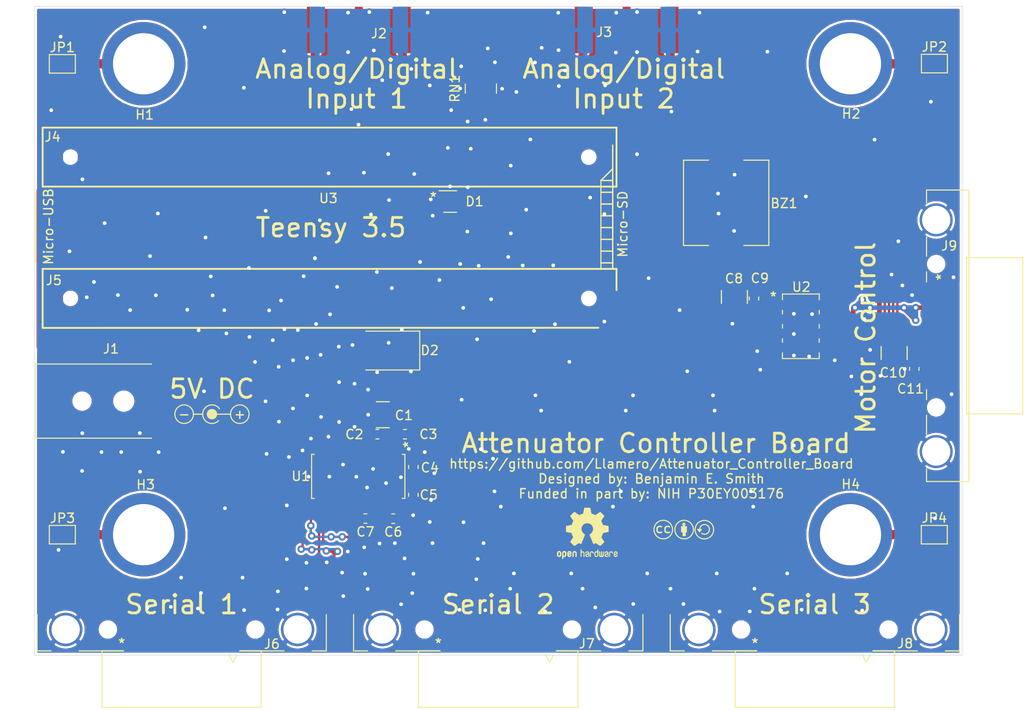
<source format=kicad_pcb>
(kicad_pcb (version 20171130) (host pcbnew "(5.1.6)-1")
  (layers (0 F.Cu signal) (31 B.Cu signal) (34 B.Paste user) (35 F.Paste user) (36 B.SilkS user) (37 F.SilkS user) (38 B.Mask user) (39 F.Mask user) (44 Edge.Cuts user))
  (net 0 "")
  (net 1 /Alarm2)
  (net 2 /Alarm1)
  (net 3 /3v3)
  (net 4 GND)
  (net 5 "Net-(C4-Pad1)")
  (net 6 "Net-(C5-Pad2)")
  (net 7 "Net-(C5-Pad1)")
  (net 8 "Net-(C6-Pad2)")
  (net 9 "Net-(C6-Pad1)")
  (net 10 "Net-(C7-Pad1)")
  (net 11 /Analog_Input1)
  (net 12 /Analog_Input2)
  (net 13 /5V)
  (net 14 "Net-(J2-Pad1)")
  (net 15 "Net-(J3-Pad1)")
  (net 16 "/Motor(+)")
  (net 17 "/Motor(-)")
  (net 18 "/Ident(-)")
  (net 19 "/Encoder(B)")
  (net 20 "/Encoder(A)")
  (net 21 "Net-(J6-Pad9)")
  (net 22 "Net-(J6-Pad4)")
  (net 23 "Net-(J6-Pad8)")
  (net 24 /RS-232_RXD1)
  (net 25 "Net-(J6-Pad7)")
  (net 26 /RS-232_TXD1)
  (net 27 "Net-(J6-Pad6)")
  (net 28 "Net-(J6-Pad1)")
  (net 29 "Net-(J7-Pad9)")
  (net 30 "Net-(J7-Pad4)")
  (net 31 "Net-(J7-Pad8)")
  (net 32 /RS-232_RXD2)
  (net 33 "Net-(J7-Pad7)")
  (net 34 /RS-232_TXD2)
  (net 35 "Net-(J7-Pad6)")
  (net 36 "Net-(J7-Pad1)")
  (net 37 "Net-(J8-Pad9)")
  (net 38 "Net-(J8-Pad4)")
  (net 39 "Net-(J8-Pad8)")
  (net 40 /RS-232_RXD3)
  (net 41 "Net-(J8-Pad7)")
  (net 42 /RS-232_TXD3)
  (net 43 "Net-(J8-Pad6)")
  (net 44 "Net-(J8-Pad1)")
  (net 45 /Serial1-TX)
  (net 46 /Serial2-TX)
  (net 47 /Serial3-TX)
  (net 48 /Motor1)
  (net 49 /Motor2)
  (net 50 /Serial1-RX)
  (net 51 /Serial2-RX)
  (net 52 /Serial3-RX)
  (net 53 /Gate3-4)
  (net 54 /Gate1-2)
  (net 55 /NC24)
  (net 56 /NC22)
  (net 57 /NC15)
  (net 58 /NC_DAC1)
  (net 59 /NC17)
  (net 60 /NC21)
  (net 61 /NC19)
  (net 62 /NC18)
  (net 63 /NC13)
  (net 64 /NC38)
  (net 65 /NC37)
  (net 66 /NC20)
  (net 67 /NC23)
  (net 68 /NC16)
  (net 69 /NC_DAC0)
  (net 70 "Net-(C10-Pad1)")
  (net 71 /NC1)
  (net 72 /NC3)
  (net 73 /NC2)
  (net 74 /NC25)
  (net 75 /NC12)
  (net 76 /NC11)
  (net 77 /NC4)
  (net 78 /NC3v3)
  (net 79 /Forward_Limit_Switch)
  (net 80 /Reverse_Limit_Switch)
  (net 81 /Ident_In)
  (net 82 /NC35)
  (net 83 /NC34)
  (net 84 /NC33)
  (net 85 "Net-(C3-Pad1)")
  (net 86 "Net-(C4-Pad2)")
  (net 87 "Net-(J9-Pad4)")
  (net 88 "Net-(J9-Pad6)")
  (net 89 "Net-(J9-Pad8)")
  (net 90 "Net-(J9-Pad12)")
  (net 91 "Net-(J9-Pad14)")
  (net 92 "Net-(J9-Pad15)")
  (net 93 "Net-(H1-Pad1)")
  (net 94 "Net-(H2-Pad1)")
  (net 95 "Net-(H3-Pad1)")
  (net 96 "Net-(H4-Pad1)")
  (module Resistor_SMD:R_Array_Convex_4x0603 (layer F.Cu) (at 148.12 78.88 90)
    (fp_text reference RN1 (at 0 -2.8 90) (layer F.SilkS))
    (fp_text value 4.7k)
    (pad 5 smd rect (at 0.9 1.2 90) (size 0.8 0.5) (layers F.Cu F.Paste F.Mask) (net 18 "/Ident(-)"))
    (pad 6 smd rect (at 0.9 0.4 90) (size 0.8 0.4) (layers F.Cu F.Paste F.Mask) (net 18 "/Ident(-)"))
    (pad 8 smd rect (at 0.9 -1.2 90) (size 0.8 0.5) (layers F.Cu F.Paste F.Mask) (net 14 "Net-(J2-Pad1)"))
    (pad 7 smd rect (at 0.9 -0.4 90) (size 0.8 0.4) (layers F.Cu F.Paste F.Mask) (net 15 "Net-(J3-Pad1)"))
    (pad 4 smd rect (at -0.9 1.2 90) (size 0.8 0.5) (layers F.Cu F.Paste F.Mask) (net 81 /Ident_In))
    (pad 2 smd rect (at -0.9 -0.4 90) (size 0.8 0.4) (layers F.Cu F.Paste F.Mask) (net 12 /Analog_Input2))
    (pad 3 smd rect (at -0.9 0.4 90) (size 0.8 0.4) (layers F.Cu F.Paste F.Mask) (net 4 GND))
    (pad 1 smd rect (at -0.9 -1.2 90) (size 0.8 0.5) (layers F.Cu F.Paste F.Mask) (net 11 /Analog_Input1))
  )
  (module Jumper:SolderJumper-2_P1.3mm_Open_TrianglePad1.0x1.5mm (layer F.Cu) (at 197.01 76.18)
    (fp_text reference JP2 (at 0 -1.8) (layer F.SilkS))
    (fp_text value Jumper_NC_Small)
    (pad 1 smd custom (at -0.725 0) (size 0.3 0.3) (layers F.Cu F.Mask) (net 94 "Net-(H2-Pad1)") (options (clearance outline) (anchor rect)) (primitives (gr_poly (pts (xy -0.5 -0.75) (xy 0.5 -0.75) (xy 1 0) (xy 0.5 0.75) (xy -0.5 0.75)) (width 0))))
    (pad 2 smd custom (at 0.725 0) (size 0.3 0.3) (layers F.Cu F.Mask) (net 4 GND) (options (clearance outline) (anchor rect)) (primitives (gr_poly (pts (xy -0.65 -0.75) (xy 0.5 -0.75) (xy 0.5 0.75) (xy -0.65 0.75) (xy -0.15 0)) (width 0))))
  )
  (module Jumper:SolderJumper-2_P1.3mm_Open_TrianglePad1.0x1.5mm (layer F.Cu) (at 103 76.21 180)
    (fp_text reference JP1 (at 0.01 1.78) (layer F.SilkS))
    (fp_text value Jumper_NC_Small)
    (pad 1 smd custom (at -0.725 0 180) (size 0.3 0.3) (layers F.Cu F.Mask) (net 93 "Net-(H1-Pad1)") (options (clearance outline) (anchor rect)) (primitives (gr_poly (pts (xy -0.5 -0.75) (xy 0.5 -0.75) (xy 1 0) (xy 0.5 0.75) (xy -0.5 0.75)) (width 0))))
    (pad 2 smd custom (at 0.725 0 180) (size 0.3 0.3) (layers F.Cu F.Mask) (net 4 GND) (options (clearance outline) (anchor rect)) (primitives (gr_poly (pts (xy -0.65 -0.75) (xy 0.5 -0.75) (xy 0.5 0.75) (xy -0.65 0.75) (xy -0.15 0)) (width 0))))
  )
  (module Jumper:SolderJumper-2_P1.3mm_Open_TrianglePad1.0x1.5mm (layer F.Cu) (at 197 127)
    (fp_text reference JP4 (at 0 -1.8) (layer F.SilkS))
    (fp_text value Jumper_NC_Small)
    (pad 1 smd custom (at -0.725 0) (size 0.3 0.3) (layers F.Cu F.Mask) (net 96 "Net-(H4-Pad1)") (options (clearance outline) (anchor rect)) (primitives (gr_poly (pts (xy -0.5 -0.75) (xy 0.5 -0.75) (xy 1 0) (xy 0.5 0.75) (xy -0.5 0.75)) (width 0))))
    (pad 2 smd custom (at 0.725 0) (size 0.3 0.3) (layers F.Cu F.Mask) (net 4 GND) (options (clearance outline) (anchor rect)) (primitives (gr_poly (pts (xy -0.65 -0.75) (xy 0.5 -0.75) (xy 0.5 0.75) (xy -0.65 0.75) (xy -0.15 0)) (width 0))))
  )
  (module Jumper:SolderJumper-2_P1.3mm_Open_TrianglePad1.0x1.5mm (layer F.Cu) (at 103 127 180)
    (fp_text reference JP3 (at -0.02 1.78) (layer F.SilkS))
    (fp_text value Jumper_NC_Small)
    (pad 1 smd custom (at -0.725 0 180) (size 0.3 0.3) (layers F.Cu F.Mask) (net 95 "Net-(H3-Pad1)") (options (clearance outline) (anchor rect)) (primitives (gr_poly (pts (xy -0.5 -0.75) (xy 0.5 -0.75) (xy 1 0) (xy 0.5 0.75) (xy -0.5 0.75)) (width 0))))
    (pad 2 smd custom (at 0.725 0 180) (size 0.3 0.3) (layers F.Cu F.Mask) (net 4 GND) (options (clearance outline) (anchor rect)) (primitives (gr_poly (pts (xy -0.65 -0.75) (xy 0.5 -0.75) (xy 0.5 0.75) (xy -0.65 0.75) (xy -0.15 0)) (width 0))))
  )
  (module "Custom Footprints:K202XHT-E9P-N" (layer F.Cu) (at 149.9914 139.531 180)
    (fp_text reference J7 (at -9.5486 0.771 180) (layer F.SilkS))
    (fp_text value DSub9 hide)
    (fp_text user * (at 6.46 0.79 180) (layer F.SilkS))
    (pad 5 smd rect (at -5.5372 1.651 180) (size 0.8 3.500001) (layers F.Cu F.Paste F.Mask) (net 4 GND))
    (pad 9 smd rect (at -4.152199 1.651 180) (size 0.8 3.500001) (layers F.Cu F.Paste F.Mask) (net 29 "Net-(J7-Pad9)"))
    (pad 4 smd rect (at -2.7672 1.651 180) (size 0.8 3.500001) (layers F.Cu F.Paste F.Mask) (net 30 "Net-(J7-Pad4)"))
    (pad 8 smd rect (at -1.382199 1.651 180) (size 0.8 3.500001) (layers F.Cu F.Paste F.Mask) (net 31 "Net-(J7-Pad8)"))
    (pad 3 smd rect (at 0.002799 1.651 180) (size 0.8 3.500001) (layers F.Cu F.Paste F.Mask) (net 32 /RS-232_RXD2))
    (pad 7 smd rect (at 1.3878 1.651 180) (size 0.8 3.500001) (layers F.Cu F.Paste F.Mask) (net 33 "Net-(J7-Pad7)"))
    (pad 2 smd rect (at 2.772801 1.651 180) (size 0.8 3.500001) (layers F.Cu F.Paste F.Mask) (net 34 /RS-232_TXD2))
    (pad 6 smd rect (at 4.1578 1.651 180) (size 0.8 3.500001) (layers F.Cu F.Paste F.Mask) (net 35 "Net-(J7-Pad6)"))
    (pad 1 smd rect (at 5.542801 1.651 180) (size 0.8 3.500001) (layers F.Cu F.Paste F.Mask) (net 36 "Net-(J7-Pad1)"))
    (pad "" np_thru_hole circle (at -7.95 2.3 180) (size 1.5 1.5) (drill 1.5) (layers *.Cu *.Mask))
    (pad "" np_thru_hole circle (at 7.95 2.3 180) (size 1.5 1.5) (drill 1.5) (layers *.Cu *.Mask))
    (pad 10 thru_hole circle (at -12.5 2.3 180) (size 3.6 3.6) (drill 3.05) (layers *.Cu *.Mask) (net 4 GND))
    (pad 10 thru_hole circle (at 12.5 2.3 180) (size 3.6 3.6) (drill 3.05) (layers *.Cu *.Mask) (net 4 GND))
  )
  (module Capacitor_SMD:C_0603_1608Metric (layer F.Cu) (at 194.84 109.1075 90)
    (fp_text reference C11 (at -2.1525 -0.4 180) (layer F.SilkS))
    (fp_text value 0.1µF)
    (pad 2 smd roundrect (at 0.7875 0 90) (size 0.875 0.95) (layers F.Cu F.Paste F.Mask) (net 70 "Net-(C10-Pad1)"))
    (pad 1 smd roundrect (at -0.7875 0 90) (size 0.875 0.95) (layers F.Cu F.Paste F.Mask) (net 4 GND))
  )
  (module Capacitor_SMD:C_0603_1608Metric (layer F.Cu) (at 177.56 101.5275 90)
    (fp_text reference C9 (at 2.1875 0.63 180) (layer F.SilkS))
    (fp_text value 0.1µF)
    (pad 2 smd roundrect (at 0.7875 0 90) (size 0.875 0.95) (layers F.Cu F.Paste F.Mask) (net 70 "Net-(C10-Pad1)"))
    (pad 1 smd roundrect (at -0.7875 0 90) (size 0.875 0.95) (layers F.Cu F.Paste F.Mask) (net 4 GND))
  )
  (module "Custom Footprints:ADM3307EARUZ" (layer F.Cu) (at 134.9 120.71 270)
    (fp_text reference U1 (at -0.02 6.19 180) (layer F.SilkS))
    (fp_text value ADM3307EARUZ hide)
    (fp_text user * (at -3.44 -5.43 270) (layer F.SilkS))
    (pad 1 smd rect (at -2.8194 -4.225 270) (size 1.4732 0.3556) (layers F.Cu F.Paste F.Mask) (net 85 "Net-(C3-Pad1)"))
    (pad 2 smd rect (at -2.8194 -3.574999 270) (size 1.4732 0.3556) (layers F.Cu F.Paste F.Mask) (net 3 /3v3))
    (pad 3 smd rect (at -2.8194 -2.925 270) (size 1.4732 0.3556) (layers F.Cu F.Paste F.Mask) (net 86 "Net-(C4-Pad2)"))
    (pad 4 smd rect (at -2.8194 -2.274999 270) (size 1.4732 0.3556) (layers F.Cu F.Paste F.Mask) (net 6 "Net-(C5-Pad2)"))
    (pad 5 smd rect (at -2.8194 -1.625001 270) (size 1.4732 0.3556) (layers F.Cu F.Paste F.Mask) (net 4 GND))
    (pad 6 smd rect (at -2.8194 -0.974999 270) (size 1.4732 0.3556) (layers F.Cu F.Paste F.Mask) (net 4 GND))
    (pad 7 smd rect (at -2.8194 -0.325001 270) (size 1.4732 0.3556) (layers F.Cu F.Paste F.Mask) (net 45 /Serial1-TX))
    (pad 8 smd rect (at -2.8194 0.324998 270) (size 1.4732 0.3556) (layers F.Cu F.Paste F.Mask) (net 46 /Serial2-TX))
    (pad 9 smd rect (at -2.8194 0.974999 270) (size 1.4732 0.3556) (layers F.Cu F.Paste F.Mask) (net 47 /Serial3-TX))
    (pad 10 smd rect (at -2.8194 1.624998 270) (size 1.4732 0.3556) (layers F.Cu F.Paste F.Mask) (net 48 /Motor1))
    (pad 11 smd rect (at -2.8194 2.274999 270) (size 1.4732 0.3556) (layers F.Cu F.Paste F.Mask) (net 49 /Motor2))
    (pad 12 smd rect (at -2.8194 2.924998 270) (size 1.4732 0.3556) (layers F.Cu F.Paste F.Mask) (net 52 /Serial3-RX))
    (pad 13 smd rect (at -2.8194 3.574999 270) (size 1.4732 0.3556) (layers F.Cu F.Paste F.Mask) (net 51 /Serial2-RX))
    (pad 14 smd rect (at -2.8194 4.224998 270) (size 1.4732 0.3556) (layers F.Cu F.Paste F.Mask) (net 50 /Serial1-RX))
    (pad 15 smd rect (at 2.8194 4.225 270) (size 1.4732 0.3556) (layers F.Cu F.Paste F.Mask) (net 24 /RS-232_RXD1))
    (pad 16 smd rect (at 2.8194 3.574999 270) (size 1.4732 0.3556) (layers F.Cu F.Paste F.Mask) (net 32 /RS-232_RXD2))
    (pad 17 smd rect (at 2.8194 2.925 270) (size 1.4732 0.3556) (layers F.Cu F.Paste F.Mask) (net 40 /RS-232_RXD3))
    (pad 18 smd rect (at 2.8194 2.274999 270) (size 1.4732 0.3556) (layers F.Cu F.Paste F.Mask) (net 53 /Gate3-4))
    (pad 19 smd rect (at 2.8194 1.625001 270) (size 1.4732 0.3556) (layers F.Cu F.Paste F.Mask) (net 54 /Gate1-2))
    (pad 20 smd rect (at 2.8194 0.974999 270) (size 1.4732 0.3556) (layers F.Cu F.Paste F.Mask) (net 42 /RS-232_TXD3))
    (pad 21 smd rect (at 2.8194 0.325001 270) (size 1.4732 0.3556) (layers F.Cu F.Paste F.Mask) (net 34 /RS-232_TXD2))
    (pad 22 smd rect (at 2.8194 -0.325001 270) (size 1.4732 0.3556) (layers F.Cu F.Paste F.Mask) (net 26 /RS-232_TXD1))
    (pad 23 smd rect (at 2.8194 -0.974999 270) (size 1.4732 0.3556) (layers F.Cu F.Paste F.Mask) (net 4 GND))
    (pad 24 smd rect (at 2.8194 -1.625001 270) (size 1.4732 0.3556) (layers F.Cu F.Paste F.Mask) (net 10 "Net-(C7-Pad1)"))
    (pad 25 smd rect (at 2.8194 -2.274999 270) (size 1.4732 0.3556) (layers F.Cu F.Paste F.Mask) (net 8 "Net-(C6-Pad2)"))
    (pad 26 smd rect (at 2.8194 -2.925 270) (size 1.4732 0.3556) (layers F.Cu F.Paste F.Mask) (net 7 "Net-(C5-Pad1)"))
    (pad 27 smd rect (at 2.8194 -3.574999 270) (size 1.4732 0.3556) (layers F.Cu F.Paste F.Mask) (net 9 "Net-(C6-Pad1)"))
    (pad 28 smd rect (at 2.8194 -4.225 270) (size 1.4732 0.3556) (layers F.Cu F.Paste F.Mask) (net 5 "Net-(C4-Pad1)"))
  )
  (module "Custom Footprints:ZXMHC3A01T8TA" (layer F.Cu) (at 182.61 104.52)
    (fp_text reference U2 (at 0.05 -4.24) (layer F.SilkS))
    (fp_text value ZXMHC3A01T8TA hide)
    (fp_text user * (at -2.97 -3.17) (layer F.SilkS))
    (pad 1 smd rect (at -3.1496 -2.294999) (size 1.7018 0.9398) (layers F.Cu F.Paste F.Mask) (net 53 /Gate3-4))
    (pad 2 smd rect (at -3.1496 -0.765) (size 1.7018 0.9398) (layers F.Cu F.Paste F.Mask) (net 4 GND))
    (pad 3 smd rect (at -3.1496 0.765) (size 1.7018 0.9398) (layers F.Cu F.Paste F.Mask) (net 54 /Gate1-2))
    (pad 4 smd rect (at -3.1496 2.294999) (size 1.7018 0.9398) (layers F.Cu F.Paste F.Mask) (net 54 /Gate1-2))
    (pad 5 smd rect (at 3.1496 2.294999) (size 1.7018 0.9398) (layers F.Cu F.Paste F.Mask) (net 16 "/Motor(+)"))
    (pad 6 smd rect (at 3.1496 0.765) (size 1.7018 0.9398) (layers F.Cu F.Paste F.Mask) (net 70 "Net-(C10-Pad1)"))
    (pad 7 smd rect (at 3.1496 -0.765) (size 1.7018 0.9398) (layers F.Cu F.Paste F.Mask) (net 17 "/Motor(-)"))
    (pad 8 smd rect (at 3.1496 -2.294999) (size 1.7018 0.9398) (layers F.Cu F.Paste F.Mask) (net 53 /Gate3-4))
  )
  (module "Custom Footprints:Teensy_3_6_with_headers" (layer F.Cu) (at 131.81 101.51)
    (fp_text reference U3 (at -0.13 -10.79) (layer F.SilkS))
    (fp_text value Teensy3.5)
    (fp_text user Micro-SD (at 31.6 -8.01 270) (layer F.SilkS))
    (fp_text user Micro-USB (at -30.3 -7.75 90) (layer F.SilkS))
    (pad None np_thru_hole circle (at -27.94 0) (size 1.19 1.19) (drill 1.19) (layers *.Cu *.Mask))
    (pad None np_thru_hole circle (at 27.94 0) (size 1.19 1.19) (drill 1.19) (layers *.Cu *.Mask))
    (pad 24 smd rect (at 29.21 -1.778) (size 1.02 1.905) (layers F.Cu F.Paste) (net 20 "/Encoder(A)"))
    (pad 23 smd rect (at 26.67 1.778) (size 1.02 1.905) (layers F.Cu F.Paste) (net 79 /Forward_Limit_Switch))
    (pad 22 smd rect (at 24.13 -1.778) (size 1.02 1.905) (layers F.Cu F.Paste) (net 2 /Alarm1))
    (pad 21 smd rect (at 21.59 1.778) (size 1.02 1.905) (layers F.Cu F.Paste) (net 19 "/Encoder(B)"))
    (pad 20 smd rect (at 19.05 -1.778) (size 1.02 1.905) (layers F.Cu F.Paste) (net 1 /Alarm2))
    (pad 19 smd rect (at 16.51 1.778) (size 1.02 1.905) (layers F.Cu F.Paste) (net 80 /Reverse_Limit_Switch))
    (pad 18 smd rect (at 13.97 -1.778) (size 1.02 1.905) (layers F.Cu F.Paste) (net 45 /Serial1-TX))
    (pad 17 smd rect (at 11.43 1.778) (size 1.02 1.905) (layers F.Cu F.Paste) (net 74 /NC25))
    (pad 16 smd rect (at 8.89 -1.778) (size 1.02 1.905) (layers F.Cu F.Paste) (net 55 /NC24))
    (pad 15 smd rect (at 6.35 1.778) (size 1.02 1.905) (layers F.Cu F.Paste) (net 3 /3v3))
    (pad 14 smd rect (at 3.81 -1.778) (size 1.02 1.905) (layers F.Cu F.Paste) (net 75 /NC12))
    (pad 13 smd rect (at 1.27 1.778) (size 1.02 1.905) (layers F.Cu F.Paste) (net 76 /NC11))
    (pad 12 smd rect (at -1.27 -1.778) (size 1.02 1.905) (layers F.Cu F.Paste) (net 46 /Serial2-TX))
    (pad 11 smd rect (at -3.81 1.778) (size 1.02 1.905) (layers F.Cu F.Paste) (net 51 /Serial2-RX))
    (pad 10 smd rect (at -6.35 -1.778) (size 1.02 1.905) (layers F.Cu F.Paste) (net 47 /Serial3-TX))
    (pad 9 smd rect (at -8.89 1.778) (size 1.02 1.905) (layers F.Cu F.Paste) (net 52 /Serial3-RX))
    (pad 8 smd rect (at -11.43 -1.778) (size 1.02 1.905) (layers F.Cu F.Paste) (net 48 /Motor1))
    (pad 7 smd rect (at -13.97 1.778) (size 1.02 1.905) (layers F.Cu F.Paste) (net 49 /Motor2))
    (pad 6 smd rect (at -16.51 -1.778) (size 1.02 1.905) (layers F.Cu F.Paste) (net 77 /NC4))
    (pad 5 smd rect (at -19.05 1.778) (size 1.02 1.905) (layers F.Cu F.Paste) (net 72 /NC3))
    (pad 4 smd rect (at -21.59 -1.778) (size 1.02 1.905) (layers F.Cu F.Paste) (net 73 /NC2))
    (pad 3 smd rect (at -24.13 1.778) (size 1.02 1.905) (layers F.Cu F.Paste) (net 71 /NC1))
    (pad 2 smd rect (at -26.67 -1.778) (size 1.02 1.905) (layers F.Cu F.Paste) (net 50 /Serial1-RX))
    (pad 1 smd rect (at -29.21 1.778) (size 1.02 1.905) (layers F.Cu F.Paste) (net 4 GND))
    (pad 49 smd rect (at -19.05 -13.462) (size 1.02 1.905) (layers F.Cu F.Paste) (net 56 /NC22))
    (pad 42 smd rect (at -1.27 -17.018) (size 1.02 1.905) (layers F.Cu F.Paste) (net 57 /NC15))
    (pad 38 smd rect (at 8.89 -17.018) (size 1.02 1.905) (layers F.Cu F.Paste) (net 58 /NC_DAC1))
    (pad 36 smd rect (at 13.97 -17.018) (size 1.02 1.905) (layers F.Cu F.Paste) (net 12 /Analog_Input2))
    (pad 32 smd rect (at 24.13 -17.018) (size 1.02 1.905) (layers F.Cu F.Paste) (net 82 /NC35))
    (pad 31 smd rect (at 26.67 -13.462) (size 1.02 1.905) (layers F.Cu F.Paste) (net 83 /NC34))
    (pad None np_thru_hole circle (at -27.94 -15.24) (size 1.19 1.19) (drill 1.19) (layers *.Cu *.Mask))
    (pad 44 smd rect (at -6.35 -17.018) (size 1.02 1.905) (layers F.Cu F.Paste) (net 59 /NC17))
    (pad 51 smd rect (at -24.13 -13.462) (size 1.02 1.905) (layers F.Cu F.Paste) (net 78 /NC3v3))
    (pad 48 smd rect (at -16.51 -17.018) (size 1.02 1.905) (layers F.Cu F.Paste) (net 60 /NC21))
    (pad 46 smd rect (at -11.43 -17.018) (size 1.02 1.905) (layers F.Cu F.Paste) (net 61 /NC19))
    (pad 45 smd rect (at -8.89 -13.462) (size 1.02 1.905) (layers F.Cu F.Paste) (net 62 /NC18))
    (pad 40 smd rect (at 3.81 -17.018) (size 1.02 1.905) (layers F.Cu F.Paste) (net 63 /NC13))
    (pad 35 smd rect (at 16.51 -13.462) (size 1.02 1.905) (layers F.Cu F.Paste) (net 64 /NC38))
    (pad 39 smd rect (at 6.35 -13.462) (size 1.02 1.905) (layers F.Cu F.Paste) (net 4 GND))
    (pad 34 smd rect (at 19.05 -17.018) (size 1.02 1.905) (layers F.Cu F.Paste) (net 65 /NC37))
    (pad 53 smd rect (at -29.21 -13.462) (size 1.02 1.905) (layers F.Cu F.Paste) (net 13 /5V))
    (pad 47 smd rect (at -13.97 -13.462) (size 1.02 1.905) (layers F.Cu F.Paste) (net 66 /NC20))
    (pad 52 smd rect (at -26.67 -17.018) (size 1.02 1.905) (layers F.Cu F.Paste) (net 4 GND))
    (pad 50 smd rect (at -21.59 -17.018) (size 1.02 1.905) (layers F.Cu F.Paste) (net 67 /NC23))
    (pad None np_thru_hole circle (at 27.94 -15.24) (size 1.19 1.19) (drill 1.19) (layers *.Cu *.Mask))
    (pad 43 smd rect (at -3.81 -13.462) (size 1.02 1.905) (layers F.Cu F.Paste) (net 68 /NC16))
    (pad 37 smd rect (at 11.43 -13.462) (size 1.02 1.905) (layers F.Cu F.Paste) (net 69 /NC_DAC0))
    (pad 33 smd rect (at 21.59 -13.462) (size 1.02 1.905) (layers F.Cu F.Paste) (net 18 "/Ident(-)"))
    (pad 30 smd rect (at 29.21 -17.018) (size 1.02 1.905) (layers F.Cu F.Paste) (net 84 /NC33))
    (pad 41 smd rect (at 1.27 -13.462) (size 1.02 1.905) (layers F.Cu F.Paste) (net 11 /Analog_Input1))
  )
  (module "Custom Footprints:DO-214BA" (layer F.Cu) (at 138.1298 107.14 180)
    (fp_text reference D2 (at -4.4702 0.02) (layer F.SilkS))
    (fp_text value D_Schottky hide)
    (pad 1 smd rect (at -2.2098 0 180) (size 1.8796 2.2606) (layers F.Cu F.Paste F.Mask) (net 70 "Net-(C10-Pad1)"))
    (pad 2 smd rect (at 2.2098 0 180) (size 1.8796 2.2606) (layers F.Cu F.Paste F.Mask) (net 13 /5V))
  )
  (module "Custom Footprints:0508_Capacitor" (layer F.Cu) (at 192.67 107.4 270)
    (fp_text reference C10 (at 2.13 0.1 180) (layer F.SilkS))
    (fp_text value 10µF)
    (pad 1 smd rect (at -0.61 0 270) (size 0.9 2.17) (layers F.Cu F.Paste F.Mask) (net 70 "Net-(C10-Pad1)"))
    (pad 2 smd rect (at 0.61 0 270) (size 0.9 2.17) (layers F.Cu F.Paste F.Mask) (net 4 GND))
  )
  (module "Custom Footprints:0508_Capacitor" (layer F.Cu) (at 175.45 101.35 270)
    (fp_text reference C8 (at -1.98 0.04 180) (layer F.SilkS))
    (fp_text value 10µF)
    (pad 1 smd rect (at -0.61 0 270) (size 0.9 2.17) (layers F.Cu F.Paste F.Mask) (net 70 "Net-(C10-Pad1)"))
    (pad 2 smd rect (at 0.61 0 270) (size 0.9 2.17) (layers F.Cu F.Paste F.Mask) (net 4 GND))
  )
  (module Symbol:OSHW-Logo2_7.3x6mm_SilkScreen (layer F.Cu) (at 159.59 126.85)
    (fp_text reference LOGO3 hide)
    (fp_text value "OSHW Logo" hide)
  )
  (module "Custom Footprints:Polarity_Center_Positive" (layer F.Cu) (at 119.13 108)
    (fp_text reference LOGO2 hide)
    (fp_text value "Jack Polarity" hide)
    (fp_text user + (at 3 6) (layer F.SilkS))
    (fp_text user - (at -3 6) (layer F.SilkS))
  )
  (module "Custom Footprints:Creative_commons_license" (layer F.Cu) (at 168.78 125.32)
    (fp_text reference LOGO1 hide)
    (fp_text value "CC license")
    (fp_text user cc (at -1 1) (layer F.SilkS))
  )
  (module "Custom Footprints:Ref_only" (layer F.Cu) (at 121.94 126.78)
    (fp_text reference J4 (at -19.99 -42.69) (layer F.SilkS))
    (fp_text value Conn_01x24_Female)
  )
  (module "Custom Footprints:K202XHT-E9P-N" (layer F.Cu) (at 184.122801 139.531 180)
    (fp_text reference J8 (at -9.737199 0.791) (layer F.SilkS))
    (fp_text value DSub9 hide)
    (fp_text user * (at 6.46 0.79) (layer F.SilkS))
    (pad 5 smd rect (at -5.5372 1.651 180) (size 0.8 3.500001) (layers F.Cu F.Paste F.Mask) (net 4 GND))
    (pad 9 smd rect (at -4.152199 1.651 180) (size 0.8 3.500001) (layers F.Cu F.Paste F.Mask) (net 37 "Net-(J8-Pad9)"))
    (pad 4 smd rect (at -2.7672 1.651 180) (size 0.8 3.500001) (layers F.Cu F.Paste F.Mask) (net 38 "Net-(J8-Pad4)"))
    (pad 8 smd rect (at -1.382199 1.651 180) (size 0.8 3.500001) (layers F.Cu F.Paste F.Mask) (net 39 "Net-(J8-Pad8)"))
    (pad 3 smd rect (at 0.002799 1.651 180) (size 0.8 3.500001) (layers F.Cu F.Paste F.Mask) (net 40 /RS-232_RXD3))
    (pad 7 smd rect (at 1.3878 1.651 180) (size 0.8 3.500001) (layers F.Cu F.Paste F.Mask) (net 41 "Net-(J8-Pad7)"))
    (pad 2 smd rect (at 2.772801 1.651 180) (size 0.8 3.500001) (layers F.Cu F.Paste F.Mask) (net 42 /RS-232_TXD3))
    (pad 6 smd rect (at 4.1578 1.651 180) (size 0.8 3.500001) (layers F.Cu F.Paste F.Mask) (net 43 "Net-(J8-Pad6)"))
    (pad 1 smd rect (at 5.542801 1.651 180) (size 0.8 3.500001) (layers F.Cu F.Paste F.Mask) (net 44 "Net-(J8-Pad1)"))
    (pad "" np_thru_hole circle (at -7.95 2.3 180) (size 1.5 1.5) (drill 1.5) (layers *.Cu *.Mask))
    (pad "" np_thru_hole circle (at 7.95 2.3 180) (size 1.5 1.5) (drill 1.5) (layers *.Cu *.Mask))
    (pad 10 thru_hole circle (at -12.5 2.3 180) (size 3.6 3.6) (drill 3.05) (layers *.Cu *.Mask) (net 4 GND))
    (pad 10 thru_hole circle (at 12.5 2.3 180) (size 3.6 3.6) (drill 3.05) (layers *.Cu *.Mask) (net 4 GND))
  )
  (module "Custom Footprints:K202XHT-E9P-N" (layer F.Cu) (at 115.86 139.531 180)
    (fp_text reference J6 (at -9.73 0.731) (layer F.SilkS))
    (fp_text value DSub9 hide)
    (fp_text user * (at 6.46 0.79) (layer F.SilkS))
    (pad 5 smd rect (at -5.5372 1.651 180) (size 0.8 3.500001) (layers F.Cu F.Paste F.Mask) (net 4 GND))
    (pad 9 smd rect (at -4.152199 1.651 180) (size 0.8 3.500001) (layers F.Cu F.Paste F.Mask) (net 21 "Net-(J6-Pad9)"))
    (pad 4 smd rect (at -2.7672 1.651 180) (size 0.8 3.500001) (layers F.Cu F.Paste F.Mask) (net 22 "Net-(J6-Pad4)"))
    (pad 8 smd rect (at -1.382199 1.651 180) (size 0.8 3.500001) (layers F.Cu F.Paste F.Mask) (net 23 "Net-(J6-Pad8)"))
    (pad 3 smd rect (at 0.002799 1.651 180) (size 0.8 3.500001) (layers F.Cu F.Paste F.Mask) (net 24 /RS-232_RXD1))
    (pad 7 smd rect (at 1.3878 1.651 180) (size 0.8 3.500001) (layers F.Cu F.Paste F.Mask) (net 25 "Net-(J6-Pad7)"))
    (pad 2 smd rect (at 2.772801 1.651 180) (size 0.8 3.500001) (layers F.Cu F.Paste F.Mask) (net 26 /RS-232_TXD1))
    (pad 6 smd rect (at 4.1578 1.651 180) (size 0.8 3.500001) (layers F.Cu F.Paste F.Mask) (net 27 "Net-(J6-Pad6)"))
    (pad 1 smd rect (at 5.542801 1.651 180) (size 0.8 3.500001) (layers F.Cu F.Paste F.Mask) (net 28 "Net-(J6-Pad1)"))
    (pad "" np_thru_hole circle (at -7.95 2.3 180) (size 1.5 1.5) (drill 1.5) (layers *.Cu *.Mask))
    (pad "" np_thru_hole circle (at 7.95 2.3 180) (size 1.5 1.5) (drill 1.5) (layers *.Cu *.Mask))
    (pad 10 thru_hole circle (at -12.5 2.3 180) (size 3.6 3.6) (drill 3.05) (layers *.Cu *.Mask) (net 4 GND))
    (pad 10 thru_hole circle (at 12.5 2.3 180) (size 3.6 3.6) (drill 3.05) (layers *.Cu *.Mask) (net 4 GND))
  )
  (module "Custom Footprints:200-015-263R001" (layer F.Cu) (at 198.4458 105.54 270)
    (fp_text reference J9 (at -9.7 -0.1642 180) (layer F.SilkS))
    (fp_text value DSub_15_HD hide)
    (fp_text user * (at -6.3373 0.6858 90) (layer F.SilkS))
    (pad 1 smd rect (at -3.7973 0.6858 270) (size 0.3048 3.5052) (layers F.Cu F.Paste F.Mask) (net 4 GND))
    (pad 2 smd rect (at -1.51892 0.6858 270) (size 0.3048 3.5052) (layers F.Cu F.Paste F.Mask) (net 79 /Forward_Limit_Switch))
    (pad 3 smd rect (at 0.75946 0.6858 270) (size 0.3048 3.5052) (layers F.Cu F.Paste F.Mask) (net 80 /Reverse_Limit_Switch))
    (pad 4 smd rect (at 3.03784 0.6858 270) (size 0.3048 3.5052) (layers F.Cu F.Paste F.Mask) (net 87 "Net-(J9-Pad4)"))
    (pad 5 smd rect (at 5.31622 0.6858 270) (size 0.3048 3.5052) (layers F.Cu F.Paste F.Mask) (net 17 "/Motor(-)"))
    (pad 6 smd rect (at -5.31622 0.6858 270) (size 0.3048 3.5052) (layers F.Cu F.Paste F.Mask) (net 88 "Net-(J9-Pad6)"))
    (pad 7 smd rect (at -3.03784 0.6858 270) (size 0.3048 3.5052) (layers F.Cu F.Paste F.Mask) (net 16 "/Motor(+)"))
    (pad 8 smd rect (at -0.75946 0.6858 270) (size 0.3048 3.5052) (layers F.Cu F.Paste F.Mask) (net 89 "Net-(J9-Pad8)"))
    (pad 9 smd rect (at 1.51892 0.6858 270) (size 0.3048 3.5052) (layers F.Cu F.Paste F.Mask) (net 81 /Ident_In))
    (pad 10 smd rect (at 3.7973 0.6858 270) (size 0.3048 3.5052) (layers F.Cu F.Paste F.Mask) (net 70 "Net-(C10-Pad1)"))
    (pad 11 smd rect (at -4.55676 0.6858 270) (size 0.3048 3.5052) (layers F.Cu F.Paste F.Mask) (net 20 "/Encoder(A)"))
    (pad 12 smd rect (at -2.27838 0.6858 270) (size 0.3048 3.5052) (layers F.Cu F.Paste F.Mask) (net 90 "Net-(J9-Pad12)"))
    (pad 13 smd rect (at 0 0.6858 270) (size 0.3048 3.5052) (layers F.Cu F.Paste F.Mask) (net 19 "/Encoder(B)"))
    (pad 14 smd rect (at 2.27838 0.6858 270) (size 0.3048 3.5052) (layers F.Cu F.Paste F.Mask) (net 91 "Net-(J9-Pad14)"))
    (pad 15 smd rect (at 4.55676 0.6858 270) (size 0.3048 3.5052) (layers F.Cu F.Paste F.Mask) (net 92 "Net-(J9-Pad15)"))
    (pad "" np_thru_hole circle (at -7.7343 1.2446 270) (size 1.5 1.5) (drill 1.5) (layers *.Cu *.Mask))
    (pad "" np_thru_hole circle (at 7.7343 1.2446 270) (size 1.5 1.5) (drill 1.5) (layers *.Cu *.Mask))
    (pad 16 thru_hole circle (at -12.4968 1.2446 270) (size 3.556 3.556) (drill 3.048) (layers *.Cu *.Mask) (net 4 GND))
    (pad 16 thru_hole circle (at 12.4968 1.2446 270) (size 3.556 3.556) (drill 3.048) (layers *.Cu *.Mask) (net 4 GND))
  )
  (module "Custom Footprints:Ref_only" (layer F.Cu) (at 120.44 126.78)
    (fp_text reference J5 (at -18.36 -27.21) (layer F.SilkS))
    (fp_text value Conn_01x24_Female)
  )
  (module "Custom Footprints:112640" (layer F.Cu) (at 134.96 72.56)
    (fp_text reference J2 (at 2.16 0.38) (layer F.SilkS))
    (fp_text value Conn_Coaxial)
    (pad 2 smd rect (at -4.475 0) (size 1.67 5) (layers B.Cu B.Mask) (net 4 GND))
    (pad 2 smd rect (at 4.475 0) (size 1.67 5) (layers B.Cu B.Mask) (net 4 GND))
    (pad 1 smd rect (at 0 0) (size 0.86 5) (layers F.Cu F.Paste F.Mask) (net 14 "Net-(J2-Pad1)"))
    (pad 2 smd rect (at -4.925 0) (size 1.35 5) (layers F.Cu F.Paste F.Mask) (net 4 GND))
    (pad 2 smd rect (at 4.925 0) (size 1.35 5) (layers F.Cu F.Paste F.Mask) (net 4 GND))
  )
  (module "Custom Footprints:112640" (layer F.Cu) (at 163.83 72.56)
    (fp_text reference J3 (at -2.42 0.23) (layer F.SilkS))
    (fp_text value Conn_Coaxial)
    (pad 2 smd rect (at -4.475 0) (size 1.67 5) (layers B.Cu B.Mask) (net 4 GND))
    (pad 2 smd rect (at 4.475 0) (size 1.67 5) (layers B.Cu B.Mask) (net 4 GND))
    (pad 1 smd rect (at 0 0) (size 0.86 5) (layers F.Cu F.Paste F.Mask) (net 15 "Net-(J3-Pad1)"))
    (pad 2 smd rect (at -4.925 0) (size 1.35 5) (layers F.Cu F.Paste F.Mask) (net 4 GND))
    (pad 2 smd rect (at 4.925 0) (size 1.35 5) (layers F.Cu F.Paste F.Mask) (net 4 GND))
  )
  (module "Custom Footprints:DC-jack_54-00165" (layer F.Cu) (at 100.12 112.59)
    (fp_text reference J1 (at 8.13 -5.64) (layer F.SilkS))
    (fp_text value Barrel_Jack_Switch)
    (pad 2 smd rect (at 5 5.5) (size 2 2) (layers F.Cu F.Paste F.Mask) (net 4 GND))
    (pad 3 smd rect (at 11.2 5.5) (size 2 2) (layers F.Cu F.Paste F.Mask) (net 4 GND))
    (pad 1 smd rect (at 11.2 -5.5) (size 2 2) (layers F.Cu F.Paste F.Mask) (net 13 /5V))
    (pad 1 smd rect (at 5 -5.5) (size 2 2) (layers F.Cu F.Paste F.Mask) (net 13 /5V))
    (pad "" np_thru_hole circle (at 9.5 0) (size 1.8 1.8) (drill 1.8) (layers *.Cu *.Mask))
    (pad "" np_thru_hole circle (at 5 0) (size 1.6 1.6) (drill 1.6) (layers *.Cu *.Mask))
  )
  (module "Custom Footprints:1_4-20_Clearance_hole" (layer F.Cu) (at 187.96 76.2)
    (fp_text reference H2 (at 0.07 5.4) (layer F.SilkS))
    (fp_text value MountingHole)
    (pad 1 thru_hole circle (at 0 0) (size 9 9) (drill 6.6) (layers *.Cu *.Mask) (net 94 "Net-(H2-Pad1)"))
  )
  (module "Custom Footprints:1_4-20_Clearance_hole" (layer F.Cu) (at 111.76 76.2)
    (fp_text reference H1 (at 0.11 5.5) (layer F.SilkS))
    (fp_text value MountingHole)
    (pad 1 thru_hole circle (at 0 0) (size 9 9) (drill 6.6) (layers *.Cu *.Mask) (net 93 "Net-(H1-Pad1)"))
  )
  (module "Custom Footprints:1_4-20_Clearance_hole" (layer F.Cu) (at 187.96 127)
    (fp_text reference H4 (at 0.03 -5.44) (layer F.SilkS))
    (fp_text value MountingHole)
    (pad 1 thru_hole circle (at 0 0) (size 9 9) (drill 6.6) (layers *.Cu *.Mask) (net 96 "Net-(H4-Pad1)"))
  )
  (module "Custom Footprints:1_4-20_Clearance_hole" (layer F.Cu) (at 111.76 127)
    (fp_text reference H3 (at 0.22 -5.39) (layer F.SilkS))
    (fp_text value MountingHole)
    (pad 1 thru_hole circle (at 0 0) (size 9 9) (drill 6.6) (layers *.Cu *.Mask) (net 95 "Net-(H3-Pad1)"))
  )
  (module Package_TO_SOT_SMD:SOT-363_SC-70-6 (layer F.Cu) (at 144.81 91.06)
    (fp_text reference D1 (at 2.63 0) (layer F.SilkS))
    (fp_text value BAT54BRW)
    (fp_text user * (at -1.82 -0.46) (layer F.SilkS))
    (pad 6 smd rect (at 0.95 -0.65) (size 0.65 0.4) (layers F.Cu F.Paste F.Mask) (net 12 /Analog_Input2))
    (pad 4 smd rect (at 0.95 0.65) (size 0.65 0.4) (layers F.Cu F.Paste F.Mask) (net 3 /3v3))
    (pad 2 smd rect (at -0.95 0) (size 0.65 0.4) (layers F.Cu F.Paste F.Mask) (net 4 GND))
    (pad 5 smd rect (at 0.95 0) (size 0.65 0.4) (layers F.Cu F.Paste F.Mask) (net 3 /3v3))
    (pad 3 smd rect (at -0.95 0.65) (size 0.65 0.4) (layers F.Cu F.Paste F.Mask) (net 11 /Analog_Input1))
    (pad 1 smd rect (at -0.95 -0.65) (size 0.65 0.4) (layers F.Cu F.Paste F.Mask) (net 4 GND))
  )
  (module Capacitor_SMD:C_0603_1608Metric (layer F.Cu) (at 135.6725 125.26 180)
    (fp_text reference C7 (at 0 -1.43) (layer F.SilkS))
    (fp_text value 0.1µF)
    (pad 2 smd roundrect (at 0.7875 0 180) (size 0.875 0.95) (layers F.Cu F.Paste F.Mask) (net 4 GND))
    (pad 1 smd roundrect (at -0.7875 0 180) (size 0.875 0.95) (layers F.Cu F.Paste F.Mask) (net 10 "Net-(C7-Pad1)"))
  )
  (module Capacitor_SMD:C_0603_1608Metric (layer F.Cu) (at 138.6725 125.27 180)
    (fp_text reference C6 (at 0 -1.43) (layer F.SilkS))
    (fp_text value 0.1µF)
    (pad 2 smd roundrect (at 0.7875 0 180) (size 0.875 0.95) (layers F.Cu F.Paste F.Mask) (net 8 "Net-(C6-Pad2)"))
    (pad 1 smd roundrect (at -0.7875 0 180) (size 0.875 0.95) (layers F.Cu F.Paste F.Mask) (net 9 "Net-(C6-Pad1)"))
  )
  (module Capacitor_SMD:C_0603_1608Metric (layer F.Cu) (at 140.84 122.6975 270)
    (fp_text reference C5 (at 0.0125 -1.66 180) (layer F.SilkS))
    (fp_text value 0.1µF)
    (pad 2 smd roundrect (at 0.7875 0 270) (size 0.875 0.95) (layers F.Cu F.Paste F.Mask) (net 6 "Net-(C5-Pad2)"))
    (pad 1 smd roundrect (at -0.7875 0 270) (size 0.875 0.95) (layers F.Cu F.Paste F.Mask) (net 7 "Net-(C5-Pad1)"))
  )
  (module Capacitor_SMD:C_0603_1608Metric (layer F.Cu) (at 140.84 119.6975 90)
    (fp_text reference C4 (at -0.0725 1.78 180) (layer F.SilkS))
    (fp_text value 0.1µF)
    (pad 2 smd roundrect (at 0.7875 0 90) (size 0.875 0.95) (layers F.Cu F.Paste F.Mask) (net 86 "Net-(C4-Pad2)"))
    (pad 1 smd roundrect (at -0.7875 0 90) (size 0.875 0.95) (layers F.Cu F.Paste F.Mask) (net 5 "Net-(C4-Pad1)"))
  )
  (module Capacitor_SMD:C_0603_1608Metric (layer F.Cu) (at 139.9375 116.16 180)
    (fp_text reference C3 (at -2.5225 -0.01) (layer F.SilkS))
    (fp_text value 0.1µF)
    (pad 2 smd roundrect (at 0.7875 0 180) (size 0.875 0.95) (layers F.Cu F.Paste F.Mask) (net 3 /3v3))
    (pad 1 smd roundrect (at -0.7875 0 180) (size 0.875 0.95) (layers F.Cu F.Paste F.Mask) (net 85 "Net-(C3-Pad1)"))
  )
  (module Capacitor_SMD:C_0603_1608Metric (layer F.Cu) (at 136.9625 116.16 180)
    (fp_text reference C2 (at 2.4825 -0.02) (layer F.SilkS))
    (fp_text value 0.1µF)
    (pad 2 smd roundrect (at 0.7875 0 180) (size 0.875 0.95) (layers F.Cu F.Paste F.Mask) (net 4 GND))
    (pad 1 smd roundrect (at -0.7875 0 180) (size 0.875 0.95) (layers F.Cu F.Paste F.Mask) (net 3 /3v3))
  )
  (module "Custom Footprints:0508_Capacitor" (layer F.Cu) (at 137.55 114.06 180)
    (fp_text reference C1 (at -2.27 -0.07) (layer F.SilkS))
    (fp_text value 10µF)
    (pad 1 smd rect (at -0.61 0 180) (size 0.9 2.17) (layers F.Cu F.Paste F.Mask) (net 3 /3v3))
    (pad 2 smd rect (at 0.61 0 180) (size 0.9 2.17) (layers F.Cu F.Paste F.Mask) (net 4 GND))
  )
  (module "Custom Footprints:SMT-0940-T-3V-R_9x9_alarm" (layer F.Cu) (at 170.06 91.2 90)
    (fp_text reference BZ1 (at -0.06 10.74 180) (layer F.SilkS))
    (fp_text value CPT-2016-75-SMT-TR)
    (pad 2 smd rect (at 4.5 4.5 90) (size 1.5 3.5) (layers F.Cu F.Paste F.Mask) (net 1 /Alarm2))
    (pad 1 smd rect (at -4.5 4.5 90) (size 1.5 3.5) (layers F.Cu F.Paste F.Mask) (net 2 /Alarm1))
  )
  (gr_text "Teensy 3.5" (at 131.95 93.87) (layer F.SilkS) (effects (font (size 2 2) (thickness 0.3))))
  (gr_text "Attenuator Controller Board" (at 167.01 117.14) (layer F.SilkS) (effects (font (size 2 2) (thickness 0.3))))
  (gr_text "Motor Control" (at 189.61 105.77 90) (layer F.SilkS) (effects (font (size 2 2) (thickness 0.3))))
  (gr_text "Analog/Digital\nInput 2" (at 163.53 78.37) (layer F.SilkS) (effects (font (size 2 2) (thickness 0.3))))
  (gr_text "Analog/Digital\nInput 1" (at 134.72 78.37) (layer F.SilkS) (effects (font (size 2 2) (thickness 0.3))))
  (gr_text "Serial 3" (at 184.11 134.53) (layer F.SilkS) (effects (font (size 2 2) (thickness 0.3))))
  (gr_text "Serial 2" (at 149.98 134.53) (layer F.SilkS) (effects (font (size 2 2) (thickness 0.3))))
  (gr_text "Serial 1" (at 115.85 134.53) (layer F.SilkS) (effects (font (size 2 2) (thickness 0.3))))
  (gr_text "https://github.com/Llamero/Attenuator_Controller_Board\nDesigned by: Benjamin E. Smith\nFunded in part by: NIH P30EY003176" (at 166.5 120.97) (layer F.SilkS) (effects (font (size 1 1))))
  (gr_text "5V DC" (at 119.13 111.28) (layer F.SilkS) (effects (font (size 2 2) (thickness 0.3))))
  (gr_line (start 100 140) (end 200 140) (layer Edge.Cuts) (width 0.05))
  (gr_line (start 100 140) (end 100 70) (layer Edge.Cuts) (width 0.05))
  (gr_line (start 200 70) (end 200 140) (layer Edge.Cuts) (width 0.05))
  (gr_line (start 100 70) (end 200 70) (layer Edge.Cuts) (width 0.05))
  (segment (start 174.56 86.7) (end 174.56 91.08) (width 0.25) (layer F.Cu) (net 1))
  (segment (start 174.56 91.08) (end 160.773589 91.080001) (width 0.25) (layer F.Cu) (net 1))
  (segment (start 160.773589 91.080001) (end 153.269991 98.583599) (width 0.25) (layer F.Cu) (net 1))
  (segment (start 153.269991 98.583599) (end 153.266401 98.583599) (width 0.25) (layer F.Cu) (net 1))
  (segment (start 153.266401 98.583599) (end 152.95 98.9) (width 0.25) (layer F.Cu) (net 1))
  (segment (start 152.95 98.9) (end 151.39 98.9) (width 0.25) (layer F.Cu) (net 1))
  (segment (start 150.86 99.43) (end 151.39 98.9) (width 0.25) (layer F.Cu) (net 1))
  (segment (start 150.86 99.732) (end 150.86 99.43) (width 0.25) (layer F.Cu) (net 1))
  (segment (start 174.56 95.7) (end 174.56 91.53001) (width 0.25) (layer F.Cu) (net 2))
  (segment (start 174.56 91.53001) (end 160.95999 91.53001) (width 0.25) (layer F.Cu) (net 2))
  (segment (start 160.95999 91.53001) (end 153.72 98.77) (width 0.25) (layer F.Cu) (net 2))
  (segment (start 153.72 98.77) (end 155.21 98.77) (width 0.25) (layer F.Cu) (net 2))
  (segment (start 155.94 99.5) (end 155.94 99.732) (width 0.25) (layer F.Cu) (net 2))
  (segment (start 155.21 98.77) (end 155.94 99.5) (width 0.25) (layer F.Cu) (net 2))
  (segment (start 138.16 103.288) (end 138.16 103.7) (width 1) (layer F.Cu) (net 3))
  (segment (start 138.16 115.75) (end 137.75 116.16) (width 1) (layer F.Cu) (net 3))
  (segment (start 138.57 116.16) (end 138.16 115.75) (width 1) (layer F.Cu) (net 3))
  (segment (start 139.15 116.16) (end 138.57 116.16) (width 1) (layer F.Cu) (net 3))
  (segment (start 138.497199 116.232801) (end 138.57 116.16) (width 0.5) (layer F.Cu) (net 3))
  (segment (start 138.497199 117.772799) (end 138.497199 116.232801) (width 0.5) (layer F.Cu) (net 3))
  (segment (start 138.474999 117.8906) (end 138.474999 117.794999) (width 0.5) (layer F.Cu) (net 3))
  (segment (start 138.474999 117.794999) (end 138.497199 117.772799) (width 0.5) (layer F.Cu) (net 3))
  (segment (start 137.75 116.16) (end 139.15 116.16) (width 1) (layer F.Cu) (net 3))
  (segment (start 138.16 103.288) (end 138.16 104.92) (width 0.25) (layer F.Cu) (net 3))
  (segment (start 138.16 104.92) (end 139.074799 105.834799) (width 0.25) (layer F.Cu) (net 3))
  (segment (start 139.074799 105.834799) (end 139.074799 109.885201) (width 0.25) (layer F.Cu) (net 3))
  (segment (start 138.16 110.8) (end 138.16 111.35) (width 0.25) (layer F.Cu) (net 3))
  (segment (start 139.074799 109.885201) (end 138.16 110.8) (width 0.25) (layer F.Cu) (net 3))
  (segment (start 138.16 102.0855) (end 138.7655 101.48) (width 0.25) (layer F.Cu) (net 3))
  (segment (start 138.16 103.288) (end 138.16 102.0855) (width 0.25) (layer F.Cu) (net 3))
  (segment (start 146.715912 101.48) (end 147.07 101.125912) (width 0.25) (layer F.Cu) (net 3))
  (segment (start 138.7655 101.48) (end 146.715912 101.48) (width 0.25) (layer F.Cu) (net 3))
  (segment (start 145.77 91.07) (end 145.76 91.06) (width 0.25) (layer F.Cu) (net 3))
  (segment (start 145.77 92.01) (end 145.77 91.07) (width 0.25) (layer F.Cu) (net 3))
  (segment (start 145.77 92.01) (end 145.77 91.57) (width 0.25) (layer F.Cu) (net 3))
  (segment (start 145.77 96.115912) (end 145.77 92.01) (width 0.25) (layer F.Cu) (net 3))
  (segment (start 147.07 97.415912) (end 145.77 96.115912) (width 0.25) (layer F.Cu) (net 3))
  (segment (start 147.07 101.125912) (end 147.07 97.415912) (width 0.25) (layer F.Cu) (net 3))
  (segment (start 138.16 111.35) (end 138.16 114.06) (width 0.25) (layer F.Cu) (net 3))
  (segment (start 138.16 114.06) (end 138.16 115.75) (width 1) (layer F.Cu) (net 3))
  (segment (start 135.874999 124.270001) (end 134.885 125.26) (width 0.25) (layer F.Cu) (net 4))
  (segment (start 135.874999 123.5294) (end 135.874999 124.270001) (width 0.25) (layer F.Cu) (net 4))
  (segment (start 102.574999 102.131601) (end 102.574999 91.825001) (width 1) (layer F.Cu) (net 4))
  (segment (start 102.6 103.288) (end 102.6 102.156602) (width 1) (layer F.Cu) (net 4))
  (segment (start 102.6 102.156602) (end 102.574999 102.131601) (width 1) (layer F.Cu) (net 4))
  (segment (start 105.165001 84.517001) (end 105.14 84.492) (width 1) (layer F.Cu) (net 4))
  (segment (start 102.574999 91.825001) (end 105.165001 89.234999) (width 1) (layer F.Cu) (net 4))
  (segment (start 105.165001 89.234999) (end 105.165001 88.664999) (width 1) (layer F.Cu) (net 4))
  (via (at 135.85 121.91) (size 0.8) (drill 0.4) (layers F.Cu B.Cu) (net 4))
  (segment (start 135.85 121.91) (end 135.85 126.5) (width 0.25) (layer B.Cu) (net 4))
  (segment (start 133.518001 126.504999) (end 135.25 128.236998) (width 0.25) (layer B.Cu) (net 4))
  (segment (start 132.35 126.5) (end 132.336501 126.513499) (width 0.25) (layer B.Cu) (net 4))
  (segment (start 135.85 126.5) (end 132.35 126.5) (width 0.25) (layer B.Cu) (net 4))
  (segment (start 132.575 126.751998) (end 132.821999 126.504999) (width 0.25) (layer B.Cu) (net 4))
  (segment (start 132.336501 126.513499) (end 132.575 126.751998) (width 0.25) (layer B.Cu) (net 4))
  (segment (start 132.821999 126.504999) (end 133.518001 126.504999) (width 0.25) (layer B.Cu) (net 4))
  (segment (start 132.316001 127.930001) (end 129.690001 127.930001) (width 0.2) (layer B.Cu) (net 4))
  (segment (start 129.690001 127.930001) (end 128.45 126.69) (width 0.2) (layer B.Cu) (net 4))
  (segment (start 133.546998 128.236998) (end 133.240001 127.930001) (width 0.2) (layer B.Cu) (net 4))
  (segment (start 135.25 128.236998) (end 133.546998 128.236998) (width 0.2) (layer B.Cu) (net 4))
  (segment (start 132.360001 127.930001) (end 132.338001 127.908001) (width 0.2) (layer B.Cu) (net 4))
  (segment (start 133.240001 127.930001) (end 132.360001 127.930001) (width 0.2) (layer B.Cu) (net 4))
  (segment (start 132.338001 127.908001) (end 132.316001 127.930001) (width 0.2) (layer B.Cu) (net 4))
  (segment (start 128.45 126.69) (end 128.45 126.01) (width 0.2) (layer B.Cu) (net 4))
  (segment (start 107.53 117.94) (end 107.68 118.09) (width 1) (layer F.Cu) (net 4))
  (segment (start 111.32 118.09) (end 109.35 118.09) (width 1) (layer F.Cu) (net 4))
  (segment (start 107.68 118.09) (end 107.22 118.09) (width 1) (layer F.Cu) (net 4))
  (via (at 114.7 134.79) (size 0.8) (drill 0.4) (layers F.Cu B.Cu) (net 4))
  (via (at 129.32 130.03) (size 0.8) (drill 0.4) (layers F.Cu B.Cu) (net 4))
  (segment (start 126.06501 133.28499) (end 126.23 133.12) (width 1) (layer F.Cu) (net 4))
  (segment (start 114.7 134.79) (end 116.20501 133.28499) (width 1) (layer F.Cu) (net 4))
  (segment (start 116.20501 133.28499) (end 117.94501 133.28499) (width 1) (layer F.Cu) (net 4))
  (segment (start 126.23 133.12) (end 129.32 130.03) (width 1) (layer F.Cu) (net 4))
  (via (at 126.23 133.12) (size 0.8) (drill 0.4) (layers F.Cu B.Cu) (net 4))
  (segment (start 117.94501 133.28499) (end 126.06501 133.28499) (width 1) (layer F.Cu) (net 4))
  (via (at 117.94501 133.28499) (size 0.8) (drill 0.4) (layers F.Cu B.Cu) (net 4))
  (via (at 122.6 135.14) (size 0.8) (drill 0.4) (layers F.Cu B.Cu) (net 4))
  (segment (start 121.4172 137.629) (end 121.4172 136.3228) (width 1) (layer F.Cu) (net 4))
  (segment (start 121.4172 136.3228) (end 122.6 135.14) (width 1) (layer F.Cu) (net 4))
  (via (at 126.2 135.07) (size 0.8) (drill 0.4) (layers F.Cu B.Cu) (net 4))
  (segment (start 122.6 135.14) (end 126.13 135.14) (width 1) (layer F.Cu) (net 4))
  (segment (start 126.13 135.14) (end 126.2 135.07) (width 1) (layer F.Cu) (net 4))
  (segment (start 126.693186 135.07) (end 127.841593 133.921593) (width 0.5) (layer F.Cu) (net 4))
  (segment (start 126.2 135.07) (end 126.693186 135.07) (width 0.5) (layer F.Cu) (net 4))
  (segment (start 127.841593 133.921593) (end 127.851593 133.911593) (width 0.5) (layer F.Cu) (net 4))
  (segment (start 122.6 135.14) (end 117.81 135.14) (width 1) (layer F.Cu) (net 4))
  (via (at 117.62 134.95) (size 0.8) (drill 0.4) (layers F.Cu B.Cu) (net 4))
  (segment (start 117.81 135.14) (end 117.62 134.95) (width 1) (layer F.Cu) (net 4))
  (segment (start 127.841593 133.921593) (end 127.961593 133.921593) (width 0.5) (layer F.Cu) (net 4))
  (segment (start 127.961593 133.921593) (end 128.29 134.25) (width 0.5) (layer F.Cu) (net 4))
  (segment (start 131.5 130.61674) (end 131.5 129.98) (width 1) (layer F.Cu) (net 4))
  (via (at 131.5 129.98) (size 0.8) (drill 0.4) (layers F.Cu B.Cu) (net 4))
  (segment (start 128.29 134.25) (end 128.29 133.82674) (width 1) (layer F.Cu) (net 4))
  (segment (start 128.29 133.82674) (end 129.30837 132.80837) (width 1) (layer F.Cu) (net 4))
  (segment (start 129.522668 120.74277) (end 127.199989 123.065449) (width 1) (layer F.Cu) (net 4))
  (segment (start 135.85 121.91) (end 134.695 120.755) (width 1) (layer F.Cu) (net 4))
  (segment (start 134.68277 120.74277) (end 131.78723 120.74277) (width 1) (layer F.Cu) (net 4))
  (segment (start 127.199989 123.065449) (end 127.199989 123.840011) (width 1) (layer F.Cu) (net 4))
  (via (at 112.17 134.89) (size 0.8) (drill 0.4) (layers F.Cu B.Cu) (net 4))
  (segment (start 115.425028 131.634972) (end 112.17 134.89) (width 1) (layer F.Cu) (net 4))
  (segment (start 127.199989 129.816531) (end 125.381548 131.634972) (width 1) (layer F.Cu) (net 4))
  (segment (start 125.381548 131.634972) (end 122.425028 131.634972) (width 1) (layer F.Cu) (net 4))
  (segment (start 115.805028 131.634972) (end 115.425028 131.634972) (width 1) (layer F.Cu) (net 4))
  (via (at 115.805028 131.634972) (size 0.8) (drill 0.4) (layers F.Cu B.Cu) (net 4))
  (segment (start 122.425028 131.634972) (end 115.805028 131.634972) (width 1) (layer F.Cu) (net 4))
  (via (at 122.425028 131.634972) (size 0.8) (drill 0.4) (layers F.Cu B.Cu) (net 4))
  (segment (start 127.199989 129.640011) (end 127.199989 129.816531) (width 1) (layer F.Cu) (net 4))
  (via (at 127.199989 129.640011) (size 0.8) (drill 0.4) (layers F.Cu B.Cu) (net 4))
  (segment (start 127.199989 123.840011) (end 127.199989 129.640011) (width 1) (layer F.Cu) (net 4))
  (via (at 127.199989 123.840011) (size 0.8) (drill 0.4) (layers F.Cu B.Cu) (net 4))
  (segment (start 131.78723 120.74277) (end 129.54723 120.74277) (width 1) (layer F.Cu) (net 4))
  (via (at 131.78723 120.74277) (size 0.8) (drill 0.4) (layers F.Cu B.Cu) (net 4))
  (segment (start 131.5 129.98) (end 131.5 131.84) (width 1) (layer F.Cu) (net 4))
  (segment (start 134.169999 134.509999) (end 139.520001 134.509999) (width 1) (layer F.Cu) (net 4))
  (segment (start 131.5 131.84) (end 133.285 133.625) (width 1) (layer F.Cu) (net 4))
  (via (at 145.81 135.1) (size 0.8) (drill 0.4) (layers F.Cu B.Cu) (net 4))
  (segment (start 139.589999 134.509999) (end 140.18 135.1) (width 1) (layer F.Cu) (net 4))
  (segment (start 140.18 135.1) (end 145.81 135.1) (width 1) (layer F.Cu) (net 4))
  (segment (start 139.520001 134.509999) (end 139.589999 134.509999) (width 1) (layer F.Cu) (net 4))
  (via (at 139.520001 134.509999) (size 0.8) (drill 0.4) (layers F.Cu B.Cu) (net 4))
  (segment (start 133.285 133.625) (end 134.169999 134.509999) (width 1) (layer F.Cu) (net 4))
  (via (at 133.285 133.625) (size 0.8) (drill 0.4) (layers F.Cu B.Cu) (net 4))
  (via (at 148.59 135.15) (size 0.8) (drill 0.4) (layers F.Cu B.Cu) (net 4))
  (segment (start 140.86346 133.44998) (end 140.72174 133.30826) (width 1) (layer F.Cu) (net 4))
  (segment (start 140.273459 132.859979) (end 137.39 132.859979) (width 1) (layer F.Cu) (net 4))
  (segment (start 133.16 129.928002) (end 133.760001 129.328001) (width 1) (layer F.Cu) (net 4))
  (segment (start 137.39 132.859979) (end 135.920021 132.859979) (width 1) (layer F.Cu) (net 4))
  (segment (start 133.16 131.16) (end 133.16 131.09) (width 1) (layer F.Cu) (net 4))
  (segment (start 134.859979 132.859979) (end 133.16 131.16) (width 1) (layer F.Cu) (net 4))
  (segment (start 133.760001 129.328001) (end 133.760001 128.815991) (width 1) (layer F.Cu) (net 4))
  (segment (start 144.72002 133.44998) (end 140.86346 133.44998) (width 1) (layer F.Cu) (net 4))
  (via (at 144.72002 133.44998) (size 0.8) (drill 0.4) (layers F.Cu B.Cu) (net 4))
  (segment (start 140.72174 133.30826) (end 140.273459 132.859979) (width 1) (layer F.Cu) (net 4))
  (via (at 140.72174 133.30826) (size 0.8) (drill 0.4) (layers F.Cu B.Cu) (net 4))
  (segment (start 135.920021 132.859979) (end 134.859979 132.859979) (width 1) (layer F.Cu) (net 4))
  (via (at 135.920021 132.859979) (size 0.8) (drill 0.4) (layers F.Cu B.Cu) (net 4))
  (segment (start 133.16 131.09) (end 133.16 129.928002) (width 1) (layer F.Cu) (net 4))
  (via (at 133.16 131.09) (size 0.8) (drill 0.4) (layers F.Cu B.Cu) (net 4))
  (segment (start 133.760001 128.815991) (end 133.760001 128.815991) (width 1) (layer F.Cu) (net 4))
  (via (at 133.760001 128.815991) (size 0.8) (drill 0.4) (layers F.Cu B.Cu) (net 4))
  (segment (start 129.30837 132.80837) (end 131.5 130.61674) (width 1) (layer F.Cu) (net 4))
  (via (at 129.30837 132.80837) (size 0.8) (drill 0.4) (layers F.Cu B.Cu) (net 4))
  (via (at 139.5 120.8) (size 0.8) (drill 0.4) (layers F.Cu B.Cu) (net 4))
  (segment (start 135.874999 121.934999) (end 135.85 121.91) (width 0.25) (layer F.Cu) (net 4))
  (segment (start 135.874999 123.5294) (end 135.874999 121.934999) (width 0.25) (layer F.Cu) (net 4))
  (via (at 155.04 135.27) (size 0.8) (drill 0.4) (layers F.Cu B.Cu) (net 4))
  (segment (start 155.0472 135.3428) (end 155.0472 135.2772) (width 1) (layer F.Cu) (net 4))
  (segment (start 155.0472 135.3428) (end 155.0472 135.0228) (width 0.25) (layer F.Cu) (net 4))
  (segment (start 155.0472 135.2772) (end 155.04 135.27) (width 1) (layer F.Cu) (net 4))
  (segment (start 154.474315 135.27) (end 154.404315 135.2) (width 1) (layer F.Cu) (net 4))
  (segment (start 155.04 135.27) (end 154.474315 135.27) (width 1) (layer F.Cu) (net 4))
  (segment (start 151.03022 135.2) (end 151.03022 135.2) (width 1) (layer F.Cu) (net 4))
  (segment (start 154.404315 135.2) (end 151.03022 135.2) (width 1) (layer F.Cu) (net 4))
  (segment (start 141.546922 131.799962) (end 140.956919 131.209961) (width 1) (layer F.Cu) (net 4))
  (segment (start 147.63018 131.799962) (end 147.630038 131.799962) (width 1) (layer F.Cu) (net 4))
  (segment (start 140.956919 131.209961) (end 140.850039 131.209961) (width 1) (layer F.Cu) (net 4))
  (segment (start 135.54501 131.209961) (end 135.54501 128.365037) (width 1) (layer F.Cu) (net 4))
  (segment (start 135.54501 128.365037) (end 135.54501 128.365037) (width 1) (layer F.Cu) (net 4))
  (via (at 135.54501 128.365037) (size 0.8) (drill 0.4) (layers F.Cu B.Cu) (net 4))
  (segment (start 135.630039 131.209961) (end 135.54501 131.209961) (width 1) (layer F.Cu) (net 4))
  (via (at 135.630039 131.209961) (size 0.8) (drill 0.4) (layers F.Cu B.Cu) (net 4))
  (segment (start 140.850039 131.209961) (end 135.630039 131.209961) (width 1) (layer F.Cu) (net 4))
  (via (at 140.850039 131.209961) (size 0.8) (drill 0.4) (layers F.Cu B.Cu) (net 4))
  (segment (start 147.630038 131.799962) (end 141.546922 131.799962) (width 1) (layer F.Cu) (net 4))
  (via (at 147.630038 131.799962) (size 0.8) (drill 0.4) (layers F.Cu B.Cu) (net 4))
  (segment (start 151.03022 135.2) (end 147.63018 131.799962) (width 1) (layer F.Cu) (net 4))
  (via (at 151.03022 135.2) (size 0.8) (drill 0.4) (layers F.Cu B.Cu) (net 4))
  (segment (start 155.04 135.27) (end 160.03 135.27) (width 1) (layer F.Cu) (net 4))
  (segment (start 160.819001 134.480999) (end 164.549001 134.480999) (width 1) (layer F.Cu) (net 4))
  (segment (start 160.03 135.27) (end 160.45 134.85) (width 1) (layer F.Cu) (net 4))
  (segment (start 175.367799 135.29) (end 175.3768 135.280999) (width 1) (layer F.Cu) (net 4))
  (segment (start 173.030999 134.480999) (end 173.84 135.29) (width 1) (layer F.Cu) (net 4))
  (segment (start 173.84 135.29) (end 173.86 135.29) (width 1) (layer F.Cu) (net 4))
  (segment (start 175.3768 135.280999) (end 176.899001 135.280999) (width 1) (layer F.Cu) (net 4))
  (segment (start 177.639999 135.179999) (end 179.025 135.179999) (width 1) (layer F.Cu) (net 4))
  (segment (start 176.899001 135.280999) (end 177.099001 135.280999) (width 1) (layer F.Cu) (net 4))
  (segment (start 177.538999 135.280999) (end 177.639999 135.179999) (width 1) (layer F.Cu) (net 4))
  (segment (start 179.025 135.179999) (end 180.47 135.179999) (width 1) (layer F.Cu) (net 4))
  (segment (start 180.47 135.179999) (end 180.47 135.179999) (width 1) (layer F.Cu) (net 4))
  (via (at 180.47 135.179999) (size 0.8) (drill 0.4) (layers F.Cu B.Cu) (net 4))
  (segment (start 177.099001 135.280999) (end 177.538999 135.280999) (width 1) (layer F.Cu) (net 4))
  (via (at 177.099001 135.280999) (size 0.8) (drill 0.4) (layers F.Cu B.Cu) (net 4))
  (segment (start 173.86 135.29) (end 175.367799 135.29) (width 1) (layer F.Cu) (net 4))
  (via (at 173.86 135.29) (size 0.8) (drill 0.4) (layers F.Cu B.Cu) (net 4))
  (segment (start 169.959001 134.480999) (end 173.030999 134.480999) (width 1) (layer F.Cu) (net 4))
  (via (at 169.959001 134.480999) (size 0.8) (drill 0.4) (layers F.Cu B.Cu) (net 4))
  (segment (start 164.549001 134.480999) (end 169.959001 134.480999) (width 1) (layer F.Cu) (net 4))
  (via (at 164.549001 134.480999) (size 0.8) (drill 0.4) (layers F.Cu B.Cu) (net 4))
  (segment (start 160.45 134.85) (end 160.819001 134.480999) (width 1) (layer F.Cu) (net 4))
  (via (at 160.45 134.85) (size 0.8) (drill 0.4) (layers F.Cu B.Cu) (net 4))
  (via (at 182.7 135.09) (size 0.8) (drill 0.4) (layers F.Cu B.Cu) (net 4))
  (segment (start 182.7 135.09) (end 182.12002 134.51002) (width 1) (layer F.Cu) (net 4))
  (segment (start 182.120019 134.496538) (end 180.45446 132.830979) (width 1) (layer F.Cu) (net 4))
  (segment (start 182.12002 134.51002) (end 182.120019 134.496538) (width 1) (layer F.Cu) (net 4))
  (segment (start 150.994677 132.830979) (end 147.781849 129.618151) (width 1) (layer F.Cu) (net 4))
  (segment (start 180.45446 132.830979) (end 177.609021 132.830979) (width 1) (layer F.Cu) (net 4))
  (segment (start 147.723639 129.559941) (end 139.890059 129.559941) (width 1) (layer F.Cu) (net 4))
  (segment (start 137.19503 129.559941) (end 137.19503 127.95497) (width 1) (layer F.Cu) (net 4))
  (segment (start 137.19503 127.95497) (end 137.19503 127.915028) (width 1) (layer F.Cu) (net 4))
  (via (at 137.19503 127.95497) (size 0.8) (drill 0.4) (layers F.Cu B.Cu) (net 4))
  (segment (start 139.890059 129.559941) (end 137.19503 129.559941) (width 1) (layer F.Cu) (net 4))
  (via (at 139.890059 129.559941) (size 0.8) (drill 0.4) (layers F.Cu B.Cu) (net 4))
  (segment (start 147.781849 129.618151) (end 147.723639 129.559941) (width 1) (layer F.Cu) (net 4))
  (via (at 147.781849 129.618151) (size 0.8) (drill 0.4) (layers F.Cu B.Cu) (net 4))
  (segment (start 151.279021 132.830979) (end 150.994677 132.830979) (width 1) (layer F.Cu) (net 4))
  (via (at 151.279021 132.830979) (size 0.8) (drill 0.4) (layers F.Cu B.Cu) (net 4))
  (segment (start 159.079021 132.830979) (end 151.279021 132.830979) (width 1) (layer F.Cu) (net 4))
  (via (at 159.079021 132.830979) (size 0.8) (drill 0.4) (layers F.Cu B.Cu) (net 4))
  (segment (start 168.559021 132.830979) (end 159.079021 132.830979) (width 1) (layer F.Cu) (net 4))
  (via (at 168.559021 132.830979) (size 0.8) (drill 0.4) (layers F.Cu B.Cu) (net 4))
  (segment (start 177.609021 132.830979) (end 168.559021 132.830979) (width 1) (layer F.Cu) (net 4))
  (via (at 177.609021 132.830979) (size 0.8) (drill 0.4) (layers F.Cu B.Cu) (net 4))
  (segment (start 139.5 121.06) (end 139.47501 121.08499) (width 1) (layer F.Cu) (net 4))
  (segment (start 139.5 120.8) (end 139.5 121.06) (width 1) (layer F.Cu) (net 4))
  (segment (start 139.47501 121.08499) (end 138.248269 121.084991) (width 1) (layer F.Cu) (net 4))
  (segment (start 137.42326 121.91) (end 135.85 121.91) (width 1) (layer F.Cu) (net 4))
  (segment (start 138.248269 121.084991) (end 137.89663 121.43663) (width 1) (layer F.Cu) (net 4))
  (segment (start 137.89663 121.43663) (end 137.42326 121.91) (width 1) (layer F.Cu) (net 4))
  (via (at 137.89663 121.43663) (size 0.8) (drill 0.4) (layers F.Cu B.Cu) (net 4))
  (segment (start 134.695 120.755) (end 134.68277 120.74277) (width 1) (layer F.Cu) (net 4))
  (via (at 134.695 120.755) (size 0.8) (drill 0.4) (layers F.Cu B.Cu) (net 4))
  (segment (start 129.54723 120.74277) (end 129.522668 120.74277) (width 1) (layer F.Cu) (net 4))
  (via (at 129.54723 120.74277) (size 0.8) (drill 0.4) (layers F.Cu B.Cu) (net 4))
  (segment (start 107.22 118.09) (end 105.12 118.09) (width 1) (layer F.Cu) (net 4))
  (via (at 107.22 118.09) (size 0.8) (drill 0.4) (layers F.Cu B.Cu) (net 4))
  (segment (start 109.35 118.09) (end 107.68 118.09) (width 1) (layer F.Cu) (net 4))
  (via (at 109.35 118.09) (size 0.8) (drill 0.4) (layers F.Cu B.Cu) (net 4))
  (segment (start 189.255001 135.179999) (end 189.220001 135.179999) (width 1) (layer F.Cu) (net 4))
  (segment (start 189.680001 137.63) (end 189.680001 135.604999) (width 1) (layer F.Cu) (net 4))
  (segment (start 189.680001 135.604999) (end 189.255001 135.179999) (width 1) (layer F.Cu) (net 4))
  (segment (start 184.965012 135.015012) (end 184.965011 135.00805) (width 1) (layer F.Cu) (net 4))
  (segment (start 186.485001 135.179999) (end 185.129999 135.179999) (width 1) (layer F.Cu) (net 4))
  (segment (start 185.129999 135.179999) (end 184.965012 135.015012) (width 1) (layer F.Cu) (net 4))
  (segment (start 184.965011 135.00805) (end 181.13792 131.180961) (width 1) (layer F.Cu) (net 4))
  (segment (start 181.13792 131.180961) (end 173.549039 131.180961) (width 1) (layer F.Cu) (net 4))
  (segment (start 151.678139 131.180961) (end 148.407099 127.909921) (width 1) (layer F.Cu) (net 4))
  (segment (start 148.407099 127.909921) (end 148.407099 127.909921) (width 1) (layer F.Cu) (net 4))
  (segment (start 138.84505 127.909921) (end 138.84505 127.909921) (width 1) (layer F.Cu) (net 4))
  (via (at 138.84505 127.909921) (size 0.8) (drill 0.4) (layers F.Cu B.Cu) (net 4))
  (segment (start 142.910079 127.909921) (end 138.84505 127.909921) (width 1) (layer F.Cu) (net 4))
  (via (at 142.910079 127.909921) (size 0.8) (drill 0.4) (layers F.Cu B.Cu) (net 4))
  (segment (start 148.407099 127.909921) (end 142.910079 127.909921) (width 1) (layer F.Cu) (net 4))
  (via (at 148.407099 127.909921) (size 0.8) (drill 0.4) (layers F.Cu B.Cu) (net 4))
  (segment (start 151.678139 131.180961) (end 151.678139 131.180961) (width 1) (layer F.Cu) (net 4))
  (via (at 151.678139 131.180961) (size 0.8) (drill 0.4) (layers F.Cu B.Cu) (net 4))
  (segment (start 157.859039 131.180961) (end 151.678139 131.180961) (width 1) (layer F.Cu) (net 4))
  (via (at 157.859039 131.180961) (size 0.8) (drill 0.4) (layers F.Cu B.Cu) (net 4))
  (segment (start 166.049039 131.180961) (end 157.859039 131.180961) (width 1) (layer F.Cu) (net 4))
  (via (at 166.049039 131.180961) (size 0.8) (drill 0.4) (layers F.Cu B.Cu) (net 4))
  (segment (start 173.549039 131.180961) (end 166.049039 131.180961) (width 1) (layer F.Cu) (net 4))
  (via (at 173.549039 131.180961) (size 0.8) (drill 0.4) (layers F.Cu B.Cu) (net 4))
  (segment (start 181.13792 131.180961) (end 181.13792 131.180961) (width 1) (layer F.Cu) (net 4))
  (via (at 181.13792 131.180961) (size 0.8) (drill 0.4) (layers F.Cu B.Cu) (net 4))
  (segment (start 185.129999 135.179999) (end 185.129999 135.179999) (width 1) (layer F.Cu) (net 4))
  (via (at 185.129999 135.179999) (size 0.8) (drill 0.4) (layers F.Cu B.Cu) (net 4))
  (segment (start 189.220001 135.179999) (end 186.485001 135.179999) (width 1) (layer F.Cu) (net 4))
  (via (at 189.220001 135.179999) (size 0.8) (drill 0.4) (layers F.Cu B.Cu) (net 4))
  (segment (start 102.6 103.288) (end 102.6 104.53) (width 1) (layer F.Cu) (net 4))
  (segment (start 102.6 104.53) (end 106.199498 104.53) (width 1) (layer F.Cu) (net 4))
  (segment (start 106.199498 104.53) (end 107.059497 105.389999) (width 1) (layer F.Cu) (net 4))
  (segment (start 136.94 114.06) (end 136.94 111.35) (width 0.25) (layer F.Cu) (net 4))
  (segment (start 146.615001 98.519499) (end 145.892751 97.797249) (width 0.25) (layer F.Cu) (net 4))
  (segment (start 146.615001 100.944501) (end 146.615001 98.519499) (width 0.25) (layer F.Cu) (net 4))
  (segment (start 146.550001 101.009501) (end 146.615001 100.944501) (width 0.25) (layer F.Cu) (net 4))
  (segment (start 145.009999 101.009501) (end 146.550001 101.009501) (width 0.25) (layer F.Cu) (net 4))
  (segment (start 144.990498 100.99) (end 145.009999 101.009501) (width 0.25) (layer F.Cu) (net 4))
  (segment (start 141.489502 100.99) (end 144.990498 100.99) (width 0.25) (layer F.Cu) (net 4))
  (segment (start 139.910498 100.99) (end 139.929999 101.009501) (width 0.25) (layer F.Cu) (net 4))
  (segment (start 141.470001 101.009501) (end 141.489502 100.99) (width 0.25) (layer F.Cu) (net 4))
  (segment (start 137.306202 109.04531) (end 137.634811 108.716701) (width 0.25) (layer F.Cu) (net 4))
  (segment (start 137.63481 105.563298) (end 137.324999 105.253487) (width 0.25) (layer F.Cu) (net 4))
  (segment (start 136.94 109.045311) (end 137.306202 109.04531) (width 0.25) (layer F.Cu) (net 4))
  (segment (start 137.634811 108.716701) (end 137.63481 105.563298) (width 0.25) (layer F.Cu) (net 4))
  (segment (start 139.929999 101.009501) (end 141.470001 101.009501) (width 0.25) (layer F.Cu) (net 4))
  (segment (start 137.324999 105.253487) (end 137.324999 102.075499) (width 0.25) (layer F.Cu) (net 4))
  (segment (start 136.94 111.35) (end 136.94 109.48) (width 0.25) (layer F.Cu) (net 4))
  (segment (start 138.410498 100.99) (end 139.910498 100.99) (width 0.25) (layer F.Cu) (net 4))
  (segment (start 137.324999 102.075499) (end 138.410498 100.99) (width 0.25) (layer F.Cu) (net 4))
  (segment (start 145.625502 97.53) (end 142.16 97.53) (width 0.25) (layer F.Cu) (net 4))
  (segment (start 136.175 116.16) (end 136.175 116.125) (width 0.25) (layer F.Cu) (net 4))
  (segment (start 136.94 115.36) (end 136.94 114.06) (width 0.25) (layer F.Cu) (net 4))
  (segment (start 136.175 116.125) (end 136.94 115.36) (width 0.25) (layer F.Cu) (net 4))
  (segment (start 136.94 111.35) (end 135.96 111.35) (width 0.25) (layer F.Cu) (net 4))
  (segment (start 136.94 114.06) (end 135.97 114.06) (width 0.25) (layer F.Cu) (net 4))
  (segment (start 135.96 111.35) (end 135.96 111.35) (width 0.25) (layer F.Cu) (net 4))
  (segment (start 135.97 114.06) (end 135.675011 114.06) (width 0.25) (layer F.Cu) (net 4))
  (via (at 135.97 114.06) (size 0.8) (drill 0.4) (layers F.Cu B.Cu) (net 4))
  (segment (start 135.96 111.35) (end 135.675011 111.35) (width 0.25) (layer F.Cu) (net 4))
  (via (at 135.96 111.35) (size 0.8) (drill 0.4) (layers F.Cu B.Cu) (net 4))
  (segment (start 135.96 114.05) (end 135.97 114.06) (width 0.5) (layer F.Cu) (net 4))
  (segment (start 135.96 111.35) (end 135.96 114.05) (width 0.5) (layer F.Cu) (net 4))
  (segment (start 136.94 109.48) (end 136.94 109.045311) (width 0.25) (layer F.Cu) (net 4))
  (via (at 136.94 109.48) (size 0.8) (drill 0.4) (layers F.Cu B.Cu) (net 4))
  (via (at 138.18 106.3) (size 0.8) (drill 0.4) (layers F.Cu B.Cu) (net 4))
  (via (at 138.52 100.4) (size 0.8) (drill 0.4) (layers F.Cu B.Cu) (net 4))
  (via (at 136.5 119.9) (size 0.8) (drill 0.4) (layers F.Cu B.Cu) (net 4))
  (via (at 133.26 119.44) (size 0.8) (drill 0.4) (layers F.Cu B.Cu) (net 4))
  (via (at 136.91 98.66) (size 0.8) (drill 0.4) (layers F.Cu B.Cu) (net 4))
  (via (at 141.56 97.58) (size 0.8) (drill 0.4) (layers F.Cu B.Cu) (net 4))
  (segment (start 145.892751 97.797249) (end 145.625502 97.53) (width 0.25) (layer F.Cu) (net 4))
  (via (at 145.892751 97.797249) (size 0.8) (drill 0.4) (layers F.Cu B.Cu) (net 4))
  (via (at 143.65 99.53) (size 0.8) (drill 0.4) (layers F.Cu B.Cu) (net 4))
  (via (at 140.82 124.9) (size 0.8) (drill 0.4) (layers F.Cu B.Cu) (net 4))
  (via (at 142.74 123.26) (size 0.8) (drill 0.4) (layers F.Cu B.Cu) (net 4))
  (via (at 143.1 120.37) (size 0.8) (drill 0.4) (layers F.Cu B.Cu) (net 4))
  (via (at 142.07 118.09) (size 0.8) (drill 0.4) (layers F.Cu B.Cu) (net 4))
  (via (at 140.35 117.75) (size 0.8) (drill 0.4) (layers F.Cu B.Cu) (net 4))
  (via (at 131.86 103.23) (size 0.8) (drill 0.4) (layers F.Cu B.Cu) (net 4))
  (via (at 132.62 100.27) (size 0.8) (drill 0.4) (layers F.Cu B.Cu) (net 4))
  (via (at 130.23 97.18) (size 0.8) (drill 0.4) (layers F.Cu B.Cu) (net 4))
  (via (at 130.23 97.18) (size 0.8) (drill 0.4) (layers F.Cu B.Cu) (net 4))
  (segment (start 131.86 104.115502) (end 134.284498 106.54) (width 0.25) (layer F.Cu) (net 4))
  (segment (start 131.86 103.23) (end 131.86 104.115502) (width 0.25) (layer F.Cu) (net 4))
  (via (at 134.284498 106.54) (size 0.8) (drill 0.4) (layers F.Cu B.Cu) (net 4))
  (via (at 134.500001 115.37) (size 0.8) (drill 0.4) (layers F.Cu B.Cu) (net 4))
  (segment (start 134.284498 115.154497) (end 134.500001 115.37) (width 0.25) (layer F.Cu) (net 4))
  (via (at 134.500001 110.72) (size 0.8) (drill 0.4) (layers F.Cu B.Cu) (net 4))
  (segment (start 134.344499 110.564498) (end 134.500001 110.72) (width 0.25) (layer F.Cu) (net 4))
  (segment (start 134.284498 110.564498) (end 134.344499 110.564498) (width 0.25) (layer F.Cu) (net 4))
  (segment (start 134.284498 110.564498) (end 134.284498 115.154497) (width 0.25) (layer F.Cu) (net 4))
  (segment (start 134.284498 106.54) (end 134.284498 110.564498) (width 0.25) (layer F.Cu) (net 4))
  (segment (start 112.57 118.09) (end 113.395001 117.264999) (width 0.25) (layer F.Cu) (net 4))
  (segment (start 111.32 118.09) (end 112.57 118.09) (width 0.25) (layer F.Cu) (net 4))
  (segment (start 113.395001 117.264999) (end 113.395001 106.501411) (width 0.25) (layer F.Cu) (net 4))
  (segment (start 112.283589 105.389999) (end 107.059497 105.389999) (width 0.25) (layer F.Cu) (net 4))
  (segment (start 113.395001 106.501411) (end 112.283589 105.389999) (width 0.25) (layer F.Cu) (net 4))
  (segment (start 106.844999 89.260501) (end 112.524498 94.94) (width 0.25) (layer F.Cu) (net 4))
  (segment (start 105.165001 89.234999) (end 106.844999 89.234999) (width 0.25) (layer F.Cu) (net 4))
  (segment (start 106.844999 89.234999) (end 106.844999 89.260501) (width 0.25) (layer F.Cu) (net 4))
  (via (at 129.02 99.12) (size 0.8) (drill 0.4) (layers F.Cu B.Cu) (net 4))
  (segment (start 125.309998 94.94) (end 129.429998 99.06) (width 0.25) (layer F.Cu) (net 4))
  (via (at 130.356391 104.273609) (size 0.8) (drill 0.4) (layers F.Cu B.Cu) (net 4))
  (via (at 132.79864 106.715857) (size 0.8) (drill 0.4) (layers F.Cu B.Cu) (net 4))
  (segment (start 130.356391 104.273609) (end 130.756391 104.673608) (width 0.25) (layer F.Cu) (net 4))
  (segment (start 130.756391 104.673608) (end 132.79864 106.715857) (width 0.25) (layer F.Cu) (net 4))
  (via (at 132.834497 110.54) (size 0.8) (drill 0.4) (layers F.Cu B.Cu) (net 4))
  (segment (start 132.79864 106.715857) (end 132.79864 110.504143) (width 0.25) (layer F.Cu) (net 4))
  (segment (start 132.79864 110.504143) (end 132.834497 110.54) (width 0.25) (layer F.Cu) (net 4))
  (via (at 132.834497 114.84) (size 0.8) (drill 0.4) (layers F.Cu B.Cu) (net 4))
  (segment (start 132.834497 110.54) (end 132.834497 114.84) (width 0.25) (layer F.Cu) (net 4))
  (segment (start 130.08999 104.007208) (end 130.356391 104.273609) (width 0.25) (layer F.Cu) (net 4))
  (segment (start 130.08999 101.329492) (end 130.08999 104.007208) (width 0.25) (layer F.Cu) (net 4))
  (segment (start 129.429998 99.06) (end 129.429998 100.6695) (width 0.25) (layer F.Cu) (net 4))
  (segment (start 129.429998 100.6695) (end 130.08999 101.329492) (width 0.25) (layer F.Cu) (net 4))
  (via (at 128.39 104.93) (size 0.8) (drill 0.4) (layers F.Cu B.Cu) (net 4))
  (via (at 130.84 107.6) (size 0.8) (drill 0.4) (layers F.Cu B.Cu) (net 4))
  (via (at 130.89 114.3) (size 0.8) (drill 0.4) (layers F.Cu B.Cu) (net 4))
  (segment (start 130.84 107.38) (end 130.84 107.6) (width 0.25) (layer F.Cu) (net 4))
  (segment (start 128.39 104.93) (end 130.84 107.38) (width 0.25) (layer F.Cu) (net 4))
  (segment (start 130.84 114.25) (end 130.89 114.3) (width 0.25) (layer F.Cu) (net 4))
  (segment (start 130.84 107.6) (end 130.84 114.25) (width 0.25) (layer F.Cu) (net 4))
  (via (at 131.694889 116.43511) (size 0.8) (drill 0.4) (layers F.Cu B.Cu) (net 4))
  (segment (start 130.89 114.3) (end 130.89 115.630221) (width 0.25) (layer F.Cu) (net 4))
  (segment (start 130.89 115.630221) (end 131.694889 116.43511) (width 0.25) (layer F.Cu) (net 4))
  (segment (start 118.5 98.64) (end 119 99.14) (width 0.25) (layer F.Cu) (net 4))
  (via (at 119 99.14) (size 0.8) (drill 0.4) (layers F.Cu B.Cu) (net 4))
  (segment (start 118.5 94.94) (end 118.5 98.64) (width 0.25) (layer F.Cu) (net 4))
  (segment (start 118.5 94.94) (end 125.309998 94.94) (width 0.25) (layer F.Cu) (net 4))
  (segment (start 112.524498 94.94) (end 118.44 94.94) (width 0.25) (layer F.Cu) (net 4))
  (segment (start 119 99.14) (end 119.44 99.58) (width 0.25) (layer F.Cu) (net 4))
  (segment (start 119.44 99.58) (end 119.44 100.839502) (width 0.25) (layer F.Cu) (net 4))
  (via (at 126.58 101.734501) (size 0.8) (drill 0.4) (layers F.Cu B.Cu) (net 4))
  (via (at 126.939999 104.829692) (size 0.8) (drill 0.4) (layers F.Cu B.Cu) (net 4))
  (segment (start 126.58 101.734501) (end 126.58 104.469693) (width 0.25) (layer F.Cu) (net 4))
  (segment (start 126.58 104.469693) (end 126.939999 104.829692) (width 0.25) (layer F.Cu) (net 4))
  (via (at 129.387347 107.932653) (size 0.8) (drill 0.4) (layers F.Cu B.Cu) (net 4))
  (segment (start 126.939999 104.829692) (end 126.939999 105.485305) (width 0.25) (layer F.Cu) (net 4))
  (segment (start 126.939999 105.485305) (end 129.387347 107.932653) (width 0.25) (layer F.Cu) (net 4))
  (via (at 129.389999 111.98) (size 0.8) (drill 0.4) (layers F.Cu B.Cu) (net 4))
  (segment (start 129.387347 107.932653) (end 129.387347 111.977348) (width 0.25) (layer F.Cu) (net 4))
  (segment (start 129.387347 111.977348) (end 129.389999 111.98) (width 0.25) (layer F.Cu) (net 4))
  (via (at 129.795689 116.634218) (size 0.8) (drill 0.4) (layers F.Cu B.Cu) (net 4))
  (segment (start 129.389999 111.98) (end 129.389999 116.228528) (width 0.25) (layer F.Cu) (net 4))
  (segment (start 129.389999 116.228528) (end 129.795689 116.634218) (width 0.25) (layer F.Cu) (net 4))
  (segment (start 120.060009 101.459511) (end 119.44 100.839502) (width 0.25) (layer F.Cu) (net 4))
  (segment (start 125.765921 101.459511) (end 120.060009 101.459511) (width 0.25) (layer F.Cu) (net 4))
  (segment (start 126.58 101.734501) (end 126.040911 101.734501) (width 0.25) (layer F.Cu) (net 4))
  (segment (start 126.040911 101.734501) (end 125.765921 101.459511) (width 0.25) (layer F.Cu) (net 4))
  (via (at 119.2 101.19) (size 0.8) (drill 0.4) (layers F.Cu B.Cu) (net 4))
  (segment (start 119.44 100.839502) (end 119.44 101.245) (width 0.25) (layer F.Cu) (net 4))
  (segment (start 119.44 101.245) (end 119.43 101.255) (width 0.25) (layer F.Cu) (net 4))
  (via (at 125.29 102.8) (size 0.8) (drill 0.4) (layers F.Cu B.Cu) (net 4))
  (via (at 125.69 106.02) (size 0.8) (drill 0.4) (layers F.Cu B.Cu) (net 4))
  (via (at 127.87 108.18) (size 0.8) (drill 0.4) (layers F.Cu B.Cu) (net 4))
  (via (at 127.86 113.38) (size 0.8) (drill 0.4) (layers F.Cu B.Cu) (net 4))
  (via (at 128.89 117.91) (size 0.8) (drill 0.4) (layers F.Cu B.Cu) (net 4))
  (segment (start 125.290001 105.620001) (end 125.69 106.02) (width 0.25) (layer F.Cu) (net 4))
  (segment (start 125.29 102.8) (end 125.290001 105.620001) (width 0.25) (layer F.Cu) (net 4))
  (segment (start 127.85 108.18) (end 127.87 108.18) (width 0.25) (layer F.Cu) (net 4))
  (segment (start 125.69 106.02) (end 127.85 108.18) (width 0.25) (layer F.Cu) (net 4))
  (segment (start 127.87 113.37) (end 127.86 113.38) (width 0.25) (layer F.Cu) (net 4))
  (segment (start 127.87 108.18) (end 127.87 113.37) (width 0.25) (layer F.Cu) (net 4))
  (segment (start 127.86 116.88) (end 128.89 117.91) (width 0.25) (layer F.Cu) (net 4))
  (segment (start 127.86 113.38) (end 127.86 116.88) (width 0.25) (layer F.Cu) (net 4))
  (via (at 120.46 102.78) (size 0.8) (drill 0.4) (layers F.Cu B.Cu) (net 4))
  (via (at 123.17 105.67) (size 0.8) (drill 0.4) (layers F.Cu B.Cu) (net 4))
  (via (at 126.32 108.89) (size 0.8) (drill 0.4) (layers F.Cu B.Cu) (net 4))
  (via (at 126.35 114.81) (size 0.8) (drill 0.4) (layers F.Cu B.Cu) (net 4))
  (via (at 127.43 118.62) (size 0.8) (drill 0.4) (layers F.Cu B.Cu) (net 4))
  (segment (start 123.17 105.49) (end 123.17 105.67) (width 0.25) (layer F.Cu) (net 4))
  (segment (start 120.46 102.78) (end 123.17 105.49) (width 0.25) (layer F.Cu) (net 4))
  (segment (start 126.32 108.82) (end 126.32 108.89) (width 0.25) (layer F.Cu) (net 4))
  (segment (start 123.17 105.67) (end 126.32 108.82) (width 0.25) (layer F.Cu) (net 4))
  (segment (start 126.32 114.78) (end 126.35 114.81) (width 0.25) (layer F.Cu) (net 4))
  (segment (start 126.32 108.89) (end 126.32 114.78) (width 0.25) (layer F.Cu) (net 4))
  (segment (start 126.35 117.54) (end 127.43 118.62) (width 0.25) (layer F.Cu) (net 4))
  (segment (start 126.35 114.81) (end 126.35 117.54) (width 0.25) (layer F.Cu) (net 4))
  (via (at 125.016864 118.282714) (size 0.8) (drill 0.4) (layers F.Cu B.Cu) (net 4))
  (segment (start 129.54723 120.74277) (end 127.47692 120.74277) (width 0.25) (layer F.Cu) (net 4))
  (segment (start 127.47692 120.74277) (end 125.016864 118.282714) (width 0.25) (layer F.Cu) (net 4))
  (via (at 124.905 112.62) (size 0.8) (drill 0.4) (layers F.Cu B.Cu) (net 4))
  (segment (start 125.016864 118.282714) (end 125.016864 112.731864) (width 0.25) (layer F.Cu) (net 4))
  (segment (start 125.016864 112.731864) (end 124.905 112.62) (width 0.25) (layer F.Cu) (net 4))
  (via (at 123.770846 108.369154) (size 0.8) (drill 0.4) (layers F.Cu B.Cu) (net 4))
  (segment (start 124.905 112.62) (end 124.905 109.503308) (width 0.25) (layer F.Cu) (net 4))
  (segment (start 124.905 109.503308) (end 123.770846 108.369154) (width 0.25) (layer F.Cu) (net 4))
  (via (at 120.690846 105.289154) (size 0.8) (drill 0.4) (layers F.Cu B.Cu) (net 4))
  (segment (start 123.770846 108.369154) (end 120.690846 105.289154) (width 0.25) (layer F.Cu) (net 4))
  (via (at 117.69 104.95) (size 0.8) (drill 0.4) (layers F.Cu B.Cu) (net 4))
  (segment (start 120.690846 105.289154) (end 118.029154 105.289154) (width 0.25) (layer F.Cu) (net 4))
  (segment (start 118.029154 105.289154) (end 117.69 104.95) (width 0.25) (layer F.Cu) (net 4))
  (via (at 116.46 102.73) (size 0.8) (drill 0.4) (layers F.Cu B.Cu) (net 4))
  (segment (start 116.46 103.955502) (end 116.46 102.73) (width 0.25) (layer F.Cu) (net 4))
  (segment (start 117.69 104.95) (end 117.454498 104.95) (width 0.25) (layer F.Cu) (net 4))
  (segment (start 117.454498 104.95) (end 116.46 103.955502) (width 0.25) (layer F.Cu) (net 4))
  (via (at 110.31 102.77) (size 0.8) (drill 0.4) (layers F.Cu B.Cu) (net 4))
  (via (at 105.63 101.39) (size 0.8) (drill 0.4) (layers F.Cu B.Cu) (net 4))
  (via (at 106.41 99.74) (size 0.8) (drill 0.4) (layers F.Cu B.Cu) (net 4))
  (via (at 108.99 101.15) (size 0.8) (drill 0.4) (layers F.Cu B.Cu) (net 4))
  (via (at 113.08 101.17) (size 0.8) (drill 0.4) (layers F.Cu B.Cu) (net 4))
  (via (at 103.77 96.43) (size 0.8) (drill 0.4) (layers F.Cu B.Cu) (net 4))
  (segment (start 105.165001 88.664999) (end 105.165001 84.517001) (width 1) (layer F.Cu) (net 4))
  (via (at 105.165001 88.664999) (size 0.8) (drill 0.4) (layers F.Cu B.Cu) (net 4))
  (via (at 107.56 93.39) (size 0.8) (drill 0.4) (layers F.Cu B.Cu) (net 4))
  (via (at 113.3 92.35) (size 0.8) (drill 0.4) (layers F.Cu B.Cu) (net 4))
  (via (at 112.45 96.95) (size 0.8) (drill 0.4) (layers F.Cu B.Cu) (net 4))
  (segment (start 118.44 94.94) (end 118.5 94.94) (width 0.25) (layer F.Cu) (net 4))
  (via (at 118.44 94.94) (size 0.8) (drill 0.4) (layers F.Cu B.Cu) (net 4))
  (via (at 124.92 92.06) (size 0.8) (drill 0.4) (layers F.Cu B.Cu) (net 4))
  (via (at 123.12 98.23) (size 0.8) (drill 0.4) (layers F.Cu B.Cu) (net 4))
  (via (at 103.06 118.06) (size 0.8) (drill 0.4) (layers F.Cu B.Cu) (net 4))
  (via (at 113.38 118.1) (size 0.8) (drill 0.4) (layers F.Cu B.Cu) (net 4))
  (via (at 111.35 116.04) (size 0.8) (drill 0.4) (layers F.Cu B.Cu) (net 4))
  (via (at 111.38 120.21) (size 0.8) (drill 0.4) (layers F.Cu B.Cu) (net 4))
  (via (at 105.13 120.12) (size 0.8) (drill 0.4) (layers F.Cu B.Cu) (net 4))
  (via (at 105.15 116.05) (size 0.8) (drill 0.4) (layers F.Cu B.Cu) (net 4))
  (segment (start 136.175 117.590599) (end 135.874999 117.8906) (width 0.25) (layer F.Cu) (net 4))
  (segment (start 136.175 116.16) (end 136.175 117.590599) (width 0.25) (layer F.Cu) (net 4))
  (segment (start 136.225 117.590599) (end 136.525001 117.8906) (width 0.25) (layer F.Cu) (net 4))
  (segment (start 136.175 117.590599) (end 136.225 117.590599) (width 0.25) (layer F.Cu) (net 4))
  (segment (start 135.97 115.955) (end 136.175 116.16) (width 0.25) (layer F.Cu) (net 4))
  (segment (start 135.97 114.06) (end 135.97 115.955) (width 0.25) (layer F.Cu) (net 4))
  (via (at 138.13 85.94) (size 0.8) (drill 0.4) (layers F.Cu B.Cu) (net 4))
  (via (at 135.51 87.95) (size 0.8) (drill 0.4) (layers F.Cu B.Cu) (net 4))
  (via (at 140.94 88.09) (size 0.8) (drill 0.4) (layers F.Cu B.Cu) (net 4))
  (segment (start 179.4604 103.755) (end 176.665 103.755) (width 0.25) (layer F.Cu) (net 4))
  (segment (start 175.35 102.44) (end 175.35 101.96) (width 0.25) (layer F.Cu) (net 4))
  (segment (start 176.665 103.755) (end 175.35 102.44) (width 0.25) (layer F.Cu) (net 4))
  (segment (start 172.54 101.96) (end 175.35 101.96) (width 0.25) (layer F.Cu) (net 4))
  (segment (start 181.011301 104.255099) (end 181.011301 107.8449) (width 1) (layer F.Cu) (net 4))
  (segment (start 179.4604 103.755) (end 180.511202 103.755) (width 1) (layer F.Cu) (net 4))
  (segment (start 180.511202 103.755) (end 181.011301 104.255099) (width 1) (layer F.Cu) (net 4))
  (segment (start 144.86501 123.36173) (end 144.865009 123.374733) (width 1) (layer F.Cu) (net 4))
  (segment (start 154.61173 113.61501) (end 149.42337 118.80337) (width 1) (layer F.Cu) (net 4))
  (segment (start 144.865009 123.374733) (end 142.609871 125.629871) (width 1) (layer F.Cu) (net 4))
  (segment (start 142.434871 125.804871) (end 142.445 125.815001) (width 1) (layer F.Cu) (net 4))
  (segment (start 142.445 125.815001) (end 146.094669 125.815001) (width 1) (layer F.Cu) (net 4))
  (segment (start 146.094669 125.815001) (end 146.249835 125.659835) (width 1) (layer F.Cu) (net 4))
  (segment (start 149.586475 122.323195) (end 149.586475 122.323195) (width 1) (layer F.Cu) (net 4))
  (segment (start 148.407099 127.909921) (end 148.407099 125.836051) (width 1) (layer F.Cu) (net 4))
  (segment (start 150.269935 123.973215) (end 162.356785 123.973215) (width 1) (layer F.Cu) (net 4))
  (segment (start 148.407099 125.836051) (end 150.269935 123.973215) (width 1) (layer F.Cu) (net 4))
  (segment (start 183.508689 104.061592) (end 183.84014 103.730141) (width 1) (layer F.Cu) (net 4))
  (segment (start 174.550065 122.323195) (end 177.223325 122.323195) (width 1) (layer F.Cu) (net 4))
  (segment (start 177.223325 122.323195) (end 177.223325 122.323195) (width 1) (layer F.Cu) (net 4))
  (segment (start 179.4604 103.755) (end 178.409598 103.755) (width 1) (layer F.Cu) (net 4))
  (segment (start 177.909499 104.255099) (end 177.909499 107.19916) (width 1) (layer F.Cu) (net 4))
  (segment (start 178.409598 103.755) (end 177.909499 104.255099) (width 1) (layer F.Cu) (net 4))
  (segment (start 177.909499 107.19916) (end 173.143669 111.96499) (width 1) (layer F.Cu) (net 4))
  (segment (start 143.214991 122.678269) (end 143.214991 122.691271) (width 1) (layer F.Cu) (net 4))
  (segment (start 153.928269 111.964991) (end 148.11663 117.77663) (width 1) (layer F.Cu) (net 4))
  (segment (start 143.214991 122.691271) (end 142.198131 123.708131) (width 1) (layer F.Cu) (net 4))
  (segment (start 181.438101 108.278101) (end 176.101191 113.61501) (width 1) (layer F.Cu) (net 4))
  (segment (start 181.011301 107.8449) (end 180.578101 108.278101) (width 1) (layer F.Cu) (net 4))
  (segment (start 174.687129 113.61501) (end 174.61501 113.61501) (width 1) (layer F.Cu) (net 4))
  (segment (start 176.101191 113.61501) (end 174.61501 113.61501) (width 1) (layer F.Cu) (net 4))
  (segment (start 174.61501 113.61501) (end 173.31499 113.61501) (width 1) (layer F.Cu) (net 4))
  (segment (start 181.858669 103.17) (end 181.858669 103.17) (width 1) (layer F.Cu) (net 4))
  (via (at 181.858669 103.17) (size 0.8) (drill 0.4) (layers F.Cu B.Cu) (net 4))
  (segment (start 181.858669 107.671331) (end 181.858669 105.351331) (width 1) (layer F.Cu) (net 4))
  (via (at 181.858669 107.671331) (size 0.8) (drill 0.4) (layers F.Cu B.Cu) (net 4))
  (segment (start 173.31499 113.61501) (end 163.73499 113.61501) (width 1) (layer F.Cu) (net 4))
  (via (at 173.31499 113.61501) (size 0.8) (drill 0.4) (layers F.Cu B.Cu) (net 4))
  (segment (start 163.73499 113.61501) (end 154.61173 113.61501) (width 1) (layer F.Cu) (net 4))
  (via (at 163.73499 113.61501) (size 0.8) (drill 0.4) (layers F.Cu B.Cu) (net 4))
  (segment (start 154.61173 113.61501) (end 154.61173 113.61501) (width 1) (layer F.Cu) (net 4))
  (via (at 154.61173 113.61501) (size 0.8) (drill 0.4) (layers F.Cu B.Cu) (net 4))
  (segment (start 149.42337 118.80337) (end 144.86501 123.36173) (width 1) (layer F.Cu) (net 4))
  (via (at 149.42337 118.80337) (size 0.8) (drill 0.4) (layers F.Cu B.Cu) (net 4))
  (segment (start 142.609871 125.629871) (end 142.434871 125.804871) (width 1) (layer F.Cu) (net 4))
  (via (at 142.609871 125.629871) (size 0.8) (drill 0.4) (layers F.Cu B.Cu) (net 4))
  (segment (start 146.249835 125.659835) (end 149.586475 122.323195) (width 1) (layer F.Cu) (net 4))
  (via (at 146.249835 125.659835) (size 0.8) (drill 0.4) (layers F.Cu B.Cu) (net 4))
  (segment (start 149.586475 122.323195) (end 163.206805 122.323195) (width 1) (layer F.Cu) (net 4))
  (via (at 149.586475 122.323195) (size 0.8) (drill 0.4) (layers F.Cu B.Cu) (net 4))
  (segment (start 163.206805 122.323195) (end 174.550065 122.323195) (width 1) (layer F.Cu) (net 4))
  (via (at 163.206805 122.323195) (size 0.8) (drill 0.4) (layers F.Cu B.Cu) (net 4))
  (via (at 177.223325 122.323195) (size 0.8) (drill 0.4) (layers F.Cu B.Cu) (net 4))
  (segment (start 154.005009 111.964991) (end 153.928269 111.964991) (width 1) (layer F.Cu) (net 4))
  (via (at 154.005009 111.964991) (size 0.8) (drill 0.4) (layers F.Cu B.Cu) (net 4))
  (segment (start 148.11663 117.77663) (end 143.214991 122.678269) (width 1) (layer F.Cu) (net 4))
  (via (at 148.11663 117.77663) (size 0.8) (drill 0.4) (layers F.Cu B.Cu) (net 4))
  (segment (start 164.52501 111.96499) (end 154.005009 111.964991) (width 1) (layer F.Cu) (net 4))
  (via (at 164.52501 111.96499) (size 0.8) (drill 0.4) (layers F.Cu B.Cu) (net 4))
  (segment (start 177.909499 107.19916) (end 177.909499 107.19916) (width 1) (layer F.Cu) (net 4))
  (via (at 177.909499 107.19916) (size 0.8) (drill 0.4) (layers F.Cu B.Cu) (net 4))
  (segment (start 150.269935 123.973215) (end 150.269935 123.973215) (width 1) (layer F.Cu) (net 4))
  (via (at 150.269935 123.973215) (size 0.8) (drill 0.4) (layers F.Cu B.Cu) (net 4))
  (segment (start 162.356785 123.973215) (end 177.476785 123.973215) (width 1) (layer F.Cu) (net 4))
  (via (at 162.356785 123.973215) (size 0.8) (drill 0.4) (layers F.Cu B.Cu) (net 4))
  (segment (start 177.476785 123.973215) (end 177.906785 123.973215) (width 1) (layer F.Cu) (net 4))
  (via (at 177.476785 123.973215) (size 0.8) (drill 0.4) (layers F.Cu B.Cu) (net 4))
  (segment (start 183.508689 107.771311) (end 183.508689 104.061592) (width 1) (layer F.Cu) (net 4))
  (via (at 183.508689 107.771311) (size 0.8) (drill 0.4) (layers F.Cu B.Cu) (net 4))
  (segment (start 183.84014 103.730141) (end 183.84014 103.730141) (width 1) (layer F.Cu) (net 4))
  (via (at 183.82 103.21) (size 0.8) (drill 0.4) (layers F.Cu B.Cu) (net 4))
  (via (at 175.23 104.24) (size 0.8) (drill 0.4) (layers F.Cu B.Cu) (net 4))
  (via (at 170.37 109.37) (size 0.8) (drill 0.4) (layers F.Cu B.Cu) (net 4))
  (via (at 169.54 102.77) (size 0.8) (drill 0.4) (layers F.Cu B.Cu) (net 4))
  (via (at 157.66 108.35) (size 0.8) (drill 0.4) (layers F.Cu B.Cu) (net 4))
  (via (at 140.58 109.39) (size 0.8) (drill 0.4) (layers F.Cu B.Cu) (net 4))
  (via (at 146.04 112.44) (size 0.8) (drill 0.4) (layers F.Cu B.Cu) (net 4))
  (via (at 133.8 70.68) (size 0.8) (drill 0.4) (layers F.Cu B.Cu) (net 4))
  (via (at 133.8 74.95) (size 0.8) (drill 0.4) (layers F.Cu B.Cu) (net 4))
  (via (at 126.93 70.64) (size 0.8) (drill 0.4) (layers F.Cu B.Cu) (net 4))
  (via (at 126.9 74.83) (size 0.8) (drill 0.4) (layers F.Cu B.Cu) (net 4))
  (via (at 136.1 70.62) (size 0.8) (drill 0.4) (layers F.Cu B.Cu) (net 4))
  (via (at 136.58 74.76) (size 0.8) (drill 0.4) (layers F.Cu B.Cu) (net 4))
  (via (at 142.38 70.68) (size 0.8) (drill 0.4) (layers F.Cu B.Cu) (net 4))
  (via (at 140.62 76.76) (size 0.8) (drill 0.4) (layers F.Cu B.Cu) (net 4))
  (via (at 156.46 70.7) (size 0.8) (drill 0.4) (layers F.Cu B.Cu) (net 4))
  (via (at 156.49 74.73) (size 0.8) (drill 0.4) (layers F.Cu B.Cu) (net 4))
  (via (at 162.71 70.69) (size 0.8) (drill 0.4) (layers F.Cu B.Cu) (net 4))
  (via (at 162.67 74.99) (size 0.8) (drill 0.4) (layers F.Cu B.Cu) (net 4))
  (via (at 164.95 70.62) (size 0.8) (drill 0.4) (layers F.Cu B.Cu) (net 4))
  (via (at 164.95 74.94) (size 0.8) (drill 0.4) (layers F.Cu B.Cu) (net 4))
  (via (at 171.68 70.68) (size 0.8) (drill 0.4) (layers F.Cu B.Cu) (net 4))
  (via (at 171.48 74.88) (size 0.8) (drill 0.4) (layers F.Cu B.Cu) (net 4))
  (via (at 189.45 103.74) (size 0.8) (drill 0.4) (layers F.Cu B.Cu) (net 4))
  (via (at 186.27 108.18) (size 0.8) (drill 0.4) (layers F.Cu B.Cu) (net 4))
  (via (at 188.06 109.93) (size 0.8) (drill 0.4) (layers F.Cu B.Cu) (net 4))
  (via (at 191.19 109.86) (size 0.8) (drill 0.4) (layers F.Cu B.Cu) (net 4))
  (via (at 198.86 111.85) (size 0.8) (drill 0.4) (layers F.Cu B.Cu) (net 4))
  (via (at 189.12 111.85) (size 0.8) (drill 0.4) (layers F.Cu B.Cu) (net 4))
  (via (at 166.2 99.33) (size 0.8) (drill 0.4) (layers F.Cu B.Cu) (net 4))
  (via (at 161.43 104.01) (size 0.8) (drill 0.4) (layers F.Cu B.Cu) (net 4))
  (via (at 156.11 104.3) (size 0.8) (drill 0.4) (layers F.Cu B.Cu) (net 4))
  (via (at 153.85 105.02) (size 0.8) (drill 0.4) (layers F.Cu B.Cu) (net 4))
  (via (at 164.95 85.96) (size 0.8) (drill 0.4) (layers F.Cu B.Cu) (net 4))
  (via (at 197.08 125.23) (size 0.8) (drill 0.4) (layers F.Cu B.Cu) (net 4))
  (via (at 183.15 90.51) (size 0.8) (drill 0.4) (layers F.Cu B.Cu) (net 4))
  (via (at 168.66 81.36) (size 0.8) (drill 0.4) (layers F.Cu B.Cu) (net 4))
  (via (at 179.01 74.89) (size 0.8) (drill 0.4) (layers F.Cu B.Cu) (net 4))
  (via (at 196.63 80.29) (size 0.8) (drill 0.4) (layers F.Cu B.Cu) (net 4))
  (via (at 118.27 111.53) (size 0.8) (drill 0.4) (layers F.Cu B.Cu) (net 4))
  (via (at 120.53 124.15) (size 0.8) (drill 0.4) (layers F.Cu B.Cu) (net 4))
  (via (at 102.59 128.64) (size 0.8) (drill 0.4) (layers F.Cu B.Cu) (net 4))
  (via (at 145.88 78.86) (size 0.8) (drill 0.4) (layers F.Cu B.Cu) (net 4))
  (via (at 137.49 77.97) (size 0.8) (drill 0.4) (layers F.Cu B.Cu) (net 4))
  (via (at 122.57 78.79) (size 0.8) (drill 0.4) (layers F.Cu B.Cu) (net 4))
  (via (at 118.35 72.26) (size 0.8) (drill 0.4) (layers F.Cu B.Cu) (net 4))
  (via (at 102.82 73.27) (size 0.8) (drill 0.4) (layers F.Cu B.Cu) (net 4))
  (via (at 101.8 81.21) (size 0.8) (drill 0.4) (layers F.Cu B.Cu) (net 4))
  (via (at 139.6 104.87) (size 0.8) (drill 0.4) (layers F.Cu B.Cu) (net 4))
  (via (at 173.69 90.2) (size 0.8) (drill 0.4) (layers F.Cu B.Cu) (net 4))
  (via (at 148.6 82.25) (size 0.8) (drill 0.4) (layers F.Cu B.Cu) (net 4))
  (via (at 173.74 92.36) (size 0.8) (drill 0.4) (layers F.Cu B.Cu) (net 4))
  (segment (start 146.94672 133.44998) (end 144.72002 133.44998) (width 1) (layer F.Cu) (net 4))
  (segment (start 148.043609 134.546869) (end 146.94672 133.44998) (width 1) (layer F.Cu) (net 4))
  (segment (start 148.043609 134.603609) (end 148.043609 134.546869) (width 1) (layer F.Cu) (net 4))
  (segment (start 148.59 135.15) (end 148.043609 134.603609) (width 1) (layer F.Cu) (net 4))
  (via (at 192.39 98.94) (size 0.8) (drill 0.4) (layers F.Cu B.Cu) (net 4))
  (segment (start 197.76 101.7427) (end 195.1927 101.7427) (width 0.25) (layer F.Cu) (net 4))
  (via (at 193.56 100.11) (size 0.8) (drill 0.4) (layers F.Cu B.Cu) (net 4))
  (segment (start 192.39 98.94) (end 193.56 100.11) (width 0.25) (layer B.Cu) (net 4))
  (segment (start 195.1927 101.7427) (end 194.605 101.155) (width 0.25) (layer F.Cu) (net 4))
  (segment (start 193.56 100.11) (end 192.39 98.94) (width 0.25) (layer F.Cu) (net 4))
  (segment (start 194.605 101.155) (end 193.56 100.11) (width 0.25) (layer F.Cu) (net 4))
  (via (at 194.605 101.155) (size 0.8) (drill 0.4) (layers F.Cu B.Cu) (net 4))
  (via (at 199.07 99.23) (size 0.8) (drill 0.4) (layers F.Cu B.Cu) (net 4))
  (via (at 193.12 95.35) (size 0.8) (drill 0.4) (layers F.Cu B.Cu) (net 4))
  (via (at 190.56 84.38) (size 0.8) (drill 0.4) (layers F.Cu B.Cu) (net 4))
  (via (at 161.43 92.41) (size 0.8) (drill 0.4) (layers F.Cu B.Cu) (net 4))
  (via (at 155.92 97.95) (size 0.8) (drill 0.4) (layers F.Cu B.Cu) (net 4))
  (via (at 142.61 78.54) (size 0.8) (drill 0.4) (layers F.Cu B.Cu) (net 4))
  (via (at 146 76.48) (size 0.8) (drill 0.4) (layers F.Cu B.Cu) (net 4))
  (via (at 175.47 88.16) (size 0.8) (drill 0.4) (layers F.Cu B.Cu) (net 4))
  (via (at 153.45 84.37) (size 0.8) (drill 0.4) (layers F.Cu B.Cu) (net 4))
  (via (at 159.9 90.64) (size 0.8) (drill 0.4) (layers F.Cu B.Cu) (net 4))
  (via (at 152.63 97.96) (size 0.8) (drill 0.4) (layers F.Cu B.Cu) (net 4))
  (via (at 149.22 101.6) (size 0.8) (drill 0.4) (layers F.Cu B.Cu) (net 4))
  (via (at 150.41 78.9) (size 0.8) (drill 0.4) (layers F.Cu B.Cu) (net 4))
  (via (at 144.92 81.2) (size 0.8) (drill 0.4) (layers F.Cu B.Cu) (net 4))
  (segment (start 178.423525 123.973215) (end 177.476785 123.973215) (width 1) (layer F.Cu) (net 4))
  (segment (start 183.508688 118.888052) (end 178.423525 123.973215) (width 1) (layer F.Cu) (net 4))
  (segment (start 183.508689 107.771311) (end 183.508689 118.271311) (width 1) (layer F.Cu) (net 4))
  (segment (start 177.740065 122.323195) (end 177.223325 122.323195) (width 1) (layer F.Cu) (net 4))
  (segment (start 181.858669 107.671331) (end 181.858669 117.381331) (width 1) (layer F.Cu) (net 4))
  (segment (start 181.858669 118.204591) (end 177.740065 122.323195) (width 1) (layer F.Cu) (net 4))
  (segment (start 183.508689 118.271311) (end 183.508688 118.888052) (width 1) (layer F.Cu) (net 4))
  (via (at 183.508689 118.271311) (size 0.8) (drill 0.4) (layers F.Cu B.Cu) (net 4))
  (segment (start 181.858669 117.381331) (end 181.858669 118.204591) (width 1) (layer F.Cu) (net 4))
  (via (at 181.858669 117.381331) (size 0.8) (drill 0.4) (layers F.Cu B.Cu) (net 4))
  (segment (start 180.578101 108.278101) (end 179.164038 108.278101) (width 1) (layer F.Cu) (net 4))
  (segment (start 173.827129 113.61501) (end 173.31499 113.61501) (width 1) (layer F.Cu) (net 4))
  (segment (start 179.164038 108.278101) (end 178.23607 109.20607) (width 1) (layer F.Cu) (net 4))
  (segment (start 178.23607 109.20607) (end 173.827129 113.61501) (width 1) (layer F.Cu) (net 4))
  (via (at 178.23607 109.20607) (size 0.8) (drill 0.4) (layers F.Cu B.Cu) (net 4))
  (segment (start 173.143669 111.96499) (end 173.143669 111.96499) (width 1) (layer F.Cu) (net 4))
  (via (at 173.143669 111.96499) (size 0.8) (drill 0.4) (layers F.Cu B.Cu) (net 4))
  (segment (start 164.52501 111.96499) (end 173.143669 111.96499) (width 1) (layer F.Cu) (net 4))
  (via (at 146.69 82.43) (size 0.8) (drill 0.4) (layers F.Cu B.Cu) (net 4))
  (via (at 134.93 82.77) (size 0.8) (drill 0.4) (layers F.Cu B.Cu) (net 4))
  (via (at 134.16 81.09) (size 0.8) (drill 0.4) (layers F.Cu B.Cu) (net 4))
  (via (at 131.7 88.01) (size 0.8) (drill 0.4) (layers F.Cu B.Cu) (net 4))
  (via (at 146.66 94.3) (size 0.8) (drill 0.4) (layers F.Cu B.Cu) (net 4))
  (via (at 160.72 76.95) (size 0.8) (drill 0.4) (layers F.Cu B.Cu) (net 4))
  (via (at 161.51 78.53) (size 0.8) (drill 0.4) (layers F.Cu B.Cu) (net 4))
  (via (at 157.19 76.93) (size 0.8) (drill 0.4) (layers F.Cu B.Cu) (net 4))
  (via (at 156.52 78.6) (size 0.8) (drill 0.4) (layers F.Cu B.Cu) (net 4))
  (via (at 154.67 74.48) (size 0.8) (drill 0.4) (layers F.Cu B.Cu) (net 4))
  (via (at 153.95 76.06) (size 0.8) (drill 0.4) (layers F.Cu B.Cu) (net 4))
  (via (at 148.86 74.54) (size 0.8) (drill 0.4) (layers F.Cu B.Cu) (net 4))
  (via (at 149.63 76.04) (size 0.8) (drill 0.4) (layers F.Cu B.Cu) (net 4))
  (via (at 146.22 102.53) (size 0.8) (drill 0.4) (layers F.Cu B.Cu) (net 4))
  (via (at 147.71 105.92) (size 0.8) (drill 0.4) (layers F.Cu B.Cu) (net 4))
  (via (at 147.88 97.99) (size 0.8) (drill 0.4) (layers F.Cu B.Cu) (net 4))
  (segment (start 147.88 97.99) (end 147.88 100.952322) (width 0.25) (layer F.Cu) (net 4))
  (segment (start 146.302322 102.53) (end 146.22 102.53) (width 0.25) (layer F.Cu) (net 4))
  (segment (start 147.88 100.952322) (end 146.302322 102.53) (width 0.25) (layer F.Cu) (net 4))
  (via (at 151.35 94.5) (size 0.8) (drill 0.4) (layers F.Cu B.Cu) (net 4))
  (via (at 151.34 87.19) (size 0.8) (drill 0.4) (layers F.Cu B.Cu) (net 4))
  (via (at 151.95 79.24) (size 0.8) (drill 0.4) (layers F.Cu B.Cu) (net 4))
  (via (at 151.07 97.04) (size 0.8) (drill 0.4) (layers F.Cu B.Cu) (net 4))
  (via (at 153.01 91.94) (size 0.8) (drill 0.4) (layers F.Cu B.Cu) (net 4))
  (via (at 138.22 90.9) (size 0.8) (drill 0.4) (layers F.Cu B.Cu) (net 4))
  (via (at 136.27 92.46) (size 0.8) (drill 0.4) (layers F.Cu B.Cu) (net 4))
  (via (at 142.92 92.59) (size 0.8) (drill 0.4) (layers F.Cu B.Cu) (net 4))
  (via (at 142.72 90.83) (size 0.8) (drill 0.4) (layers F.Cu B.Cu) (net 4))
  (via (at 144.8 89.43) (size 0.8) (drill 0.4) (layers F.Cu B.Cu) (net 4))
  (via (at 144.56 85.27) (size 0.8) (drill 0.4) (layers F.Cu B.Cu) (net 4))
  (via (at 147.03 85.37) (size 0.8) (drill 0.4) (layers F.Cu B.Cu) (net 4))
  (via (at 146.71 89.52) (size 0.8) (drill 0.4) (layers F.Cu B.Cu) (net 4))
  (via (at 130.76 93.08) (size 0.8) (drill 0.4) (layers F.Cu B.Cu) (net 4))
  (via (at 175.42 94.23) (size 0.8) (drill 0.4) (layers F.Cu B.Cu) (net 4))
  (via (at 193.81 109.12) (size 0.8) (drill 0.4) (layers F.Cu B.Cu) (net 4))
  (via (at 190.08 107.06) (size 0.8) (drill 0.4) (layers F.Cu B.Cu) (net 4))
  (segment (start 178.409598 103.755) (end 178.409598 103.019902) (width 0.25) (layer F.Cu) (net 4))
  (segment (start 178.349499 103.019902) (end 178.26 102.930403) (width 0.25) (layer F.Cu) (net 4))
  (segment (start 178.409598 103.019902) (end 178.349499 103.019902) (width 0.25) (layer F.Cu) (net 4))
  (segment (start 178.26 102.930403) (end 178.26 102) (width 0.25) (layer F.Cu) (net 4))
  (segment (start 176.85 102) (end 176.84 102.01) (width 0.25) (layer F.Cu) (net 4))
  (segment (start 178.26 102) (end 176.85 102) (width 0.25) (layer F.Cu) (net 4))
  (segment (start 175.49 102) (end 175.45 101.96) (width 0.25) (layer F.Cu) (net 4))
  (segment (start 176.85 102) (end 175.49 102) (width 0.25) (layer F.Cu) (net 4))
  (segment (start 176.85 102) (end 176.85 103.48) (width 0.25) (layer F.Cu) (net 4))
  (segment (start 177.125 103.755) (end 178.409598 103.755) (width 0.25) (layer F.Cu) (net 4))
  (segment (start 176.85 103.48) (end 177.125 103.755) (width 0.25) (layer F.Cu) (net 4))
  (segment (start 181.858669 105.351331) (end 181.858669 103.17) (width 1) (layer F.Cu) (net 4))
  (via (at 181.858669 105.351331) (size 0.8) (drill 0.4) (layers F.Cu B.Cu) (net 4))
  (segment (start 197.725 127) (end 197.725 125.465) (width 0.25) (layer F.Cu) (net 4))
  (segment (start 197.725 127) (end 199.22 127) (width 0.25) (layer F.Cu) (net 4))
  (segment (start 197.725 127) (end 197.725 128.905) (width 0.25) (layer F.Cu) (net 4))
  (segment (start 197.735 76.18) (end 197.735 74.085) (width 0.25) (layer F.Cu) (net 4))
  (segment (start 197.735 76.18) (end 199.35 76.18) (width 0.25) (layer F.Cu) (net 4))
  (segment (start 197.735 76.18) (end 197.735 77.945) (width 0.25) (layer F.Cu) (net 4))
  (segment (start 102.275 76.21) (end 102.275 74.385) (width 0.25) (layer F.Cu) (net 4))
  (segment (start 102.275 74.385) (end 102.17 74.28) (width 0.25) (layer F.Cu) (net 4))
  (segment (start 102.275 76.21) (end 100.82 76.21) (width 0.25) (layer F.Cu) (net 4))
  (segment (start 102.275 76.21) (end 102.275 78.125) (width 0.25) (layer F.Cu) (net 4))
  (segment (start 102.275 78.125) (end 102.09 78.31) (width 0.25) (layer F.Cu) (net 4))
  (segment (start 102.275 127) (end 102.275 129.265) (width 0.25) (layer F.Cu) (net 4))
  (segment (start 102.275 129.265) (end 102.09 129.45) (width 0.25) (layer F.Cu) (net 4))
  (segment (start 102.275 127) (end 100.65 127) (width 0.25) (layer F.Cu) (net 4))
  (segment (start 102.275 127) (end 102.275 124.965) (width 0.25) (layer F.Cu) (net 4))
  (segment (start 139.551606 123.5294) (end 140.381006 122.7) (width 0.25) (layer F.Cu) (net 5))
  (segment (start 139.125 123.5294) (end 139.551606 123.5294) (width 0.25) (layer F.Cu) (net 5))
  (segment (start 141.293994 122.7) (end 141.7 122.293994) (width 0.25) (layer F.Cu) (net 5))
  (segment (start 140.381006 122.7) (end 141.293994 122.7) (width 0.25) (layer F.Cu) (net 5))
  (segment (start 141.7 121.345) (end 140.84 120.485) (width 0.25) (layer F.Cu) (net 5))
  (segment (start 141.7 122.293994) (end 141.7 121.345) (width 0.25) (layer F.Cu) (net 5))
  (segment (start 142.15001 122.480394) (end 142.15001 120.42001) (width 0.25) (layer F.Cu) (net 6))
  (segment (start 140.84 123.485) (end 141.145404 123.485) (width 0.25) (layer F.Cu) (net 6))
  (segment (start 141.145404 123.485) (end 142.15001 122.480394) (width 0.25) (layer F.Cu) (net 6))
  (segment (start 141.323994 119.67) (end 141.313994 119.68) (width 0.25) (layer F.Cu) (net 6))
  (segment (start 142.15001 120.42001) (end 141.4 119.67) (width 0.25) (layer F.Cu) (net 6))
  (segment (start 141.4 119.67) (end 141.323994 119.67) (width 0.25) (layer F.Cu) (net 6))
  (segment (start 137.174999 118.740001) (end 137.174999 117.8906) (width 0.25) (layer F.Cu) (net 6))
  (segment (start 141.313994 119.68) (end 138.114998 119.68) (width 0.25) (layer F.Cu) (net 6))
  (segment (start 138.114998 119.68) (end 137.174999 118.740001) (width 0.25) (layer F.Cu) (net 6))
  (segment (start 137.825 123.5294) (end 137.825 122.675) (width 0.25) (layer F.Cu) (net 7))
  (segment (start 138.59 121.91) (end 140.84 121.91) (width 0.25) (layer F.Cu) (net 7))
  (segment (start 137.825 122.675) (end 138.59 121.91) (width 0.25) (layer F.Cu) (net 7))
  (segment (start 137.174999 124.559999) (end 137.885 125.27) (width 0.25) (layer F.Cu) (net 8))
  (segment (start 137.174999 123.5294) (end 137.174999 124.559999) (width 0.25) (layer F.Cu) (net 8))
  (segment (start 138.474999 124.284999) (end 139.46 125.27) (width 0.25) (layer F.Cu) (net 9))
  (segment (start 138.474999 123.5294) (end 138.474999 124.284999) (width 0.25) (layer F.Cu) (net 9))
  (segment (start 136.525001 125.194999) (end 136.46 125.26) (width 0.25) (layer F.Cu) (net 10))
  (segment (start 136.525001 123.5294) (end 136.525001 125.194999) (width 0.25) (layer F.Cu) (net 10))
  (segment (start 134.55 81.93) (end 133.08 83.4) (width 0.25) (layer F.Cu) (net 11))
  (segment (start 133.08 84.45) (end 133.08 88.048) (width 0.25) (layer F.Cu) (net 11))
  (segment (start 136.810002 81.93) (end 134.55 81.93) (width 0.25) (layer F.Cu) (net 11))
  (segment (start 146.024999 81.925001) (end 136.815001 81.925001) (width 0.25) (layer F.Cu) (net 11))
  (segment (start 133.08 83.4) (end 133.08 84.45) (width 0.25) (layer F.Cu) (net 11))
  (segment (start 136.815001 81.925001) (end 136.810002 81.93) (width 0.25) (layer F.Cu) (net 11))
  (segment (start 136.742 91.71) (end 133.08 88.048) (width 0.25) (layer F.Cu) (net 11))
  (segment (start 143.86 91.71) (end 136.742 91.71) (width 0.25) (layer F.Cu) (net 11))
  (segment (start 146.92 81.03) (end 146.024999 81.925001) (width 0.25) (layer F.Cu) (net 11))
  (segment (start 146.92 79.78) (end 146.92 81.03) (width 0.25) (layer F.Cu) (net 11))
  (segment (start 147.67 82.602) (end 145.78 84.492) (width 0.25) (layer F.Cu) (net 12))
  (segment (start 145.76 84.512) (end 145.78 84.492) (width 0.25) (layer F.Cu) (net 12))
  (segment (start 145.76 90.41) (end 145.76 84.512) (width 0.25) (layer F.Cu) (net 12))
  (segment (start 147.67 79.83) (end 147.72 79.78) (width 0.25) (layer F.Cu) (net 12))
  (segment (start 147.67 82.602) (end 147.67 79.83) (width 0.25) (layer F.Cu) (net 12))
  (segment (start 100.72501 106.68) (end 100.72501 89.92299) (width 1) (layer F.Cu) (net 13))
  (segment (start 105.12 107.09) (end 101.13501 107.09) (width 1) (layer F.Cu) (net 13))
  (segment (start 100.72501 89.92299) (end 102.6 88.048) (width 1) (layer F.Cu) (net 13))
  (segment (start 101.13501 107.09) (end 100.72501 106.68) (width 1) (layer F.Cu) (net 13))
  (segment (start 135.87 107.09) (end 135.92 107.14) (width 1) (layer F.Cu) (net 13))
  (segment (start 105.959499 82.839499) (end 111.549999 88.429999) (width 1) (layer F.Cu) (net 13))
  (segment (start 111.549999 89.560501) (end 112.009498 90.02) (width 1) (layer F.Cu) (net 13))
  (segment (start 102.6 86.916602) (end 102.574999 86.891601) (width 1) (layer F.Cu) (net 13))
  (segment (start 102.574999 84.334499) (end 104.069999 82.839499) (width 1) (layer F.Cu) (net 13))
  (segment (start 102.6 88.048) (end 102.6 86.916602) (width 1) (layer F.Cu) (net 13))
  (segment (start 111.549999 88.429999) (end 111.549999 89.560501) (width 1) (layer F.Cu) (net 13))
  (segment (start 102.574999 86.891601) (end 102.574999 84.334499) (width 1) (layer F.Cu) (net 13))
  (segment (start 104.069999 82.839499) (end 105.959499 82.839499) (width 1) (layer F.Cu) (net 13))
  (segment (start 112.009498 90.02) (end 125.73 90.02) (width 1) (layer F.Cu) (net 13))
  (segment (start 125.73 90.02) (end 134.409999 98.699999) (width 1) (layer F.Cu) (net 13))
  (segment (start 135.92 103.36) (end 135.92 107.14) (width 1) (layer F.Cu) (net 13))
  (segment (start 111.32 107.09) (end 105.12 107.09) (width 1) (layer F.Cu) (net 13))
  (segment (start 135.92 102.754502) (end 135.92 103.36) (width 1) (layer F.Cu) (net 13))
  (segment (start 134.409999 98.699999) (end 134.409999 101.244501) (width 1) (layer F.Cu) (net 13))
  (segment (start 134.409999 101.244501) (end 135.92 102.754502) (width 1) (layer F.Cu) (net 13))
  (segment (start 146.65 77.71) (end 146.92 77.98) (width 0.25) (layer F.Cu) (net 14))
  (segment (start 138.44 77.71) (end 146.65 77.71) (width 0.25) (layer F.Cu) (net 14))
  (segment (start 134.96 72.53) (end 134.96 74.23) (width 0.25) (layer F.Cu) (net 14))
  (segment (start 134.96 74.23) (end 138.44 77.71) (width 0.25) (layer F.Cu) (net 14))
  (segment (start 147.69 77.71) (end 147.69 77.875002) (width 0.25) (layer F.Cu) (net 15))
  (segment (start 163.83 75.06) (end 163.83 72.56) (width 0.25) (layer F.Cu) (net 15))
  (segment (start 147.69 77.71) (end 147.69 76.83) (width 0.25) (layer F.Cu) (net 15))
  (segment (start 147.69 76.83) (end 149.29 75.23) (width 0.25) (layer F.Cu) (net 15))
  (segment (start 149.29 75.23) (end 154.28 75.23) (width 0.25) (layer F.Cu) (net 15))
  (segment (start 156.825 77.775) (end 161.115 77.775) (width 0.25) (layer F.Cu) (net 15))
  (segment (start 154.28 75.23) (end 156.825 77.775) (width 0.25) (layer F.Cu) (net 15))
  (segment (start 161.115 77.775) (end 163.83 75.06) (width 0.25) (layer F.Cu) (net 15))
  (segment (start 147.72 77.74) (end 147.69 77.71) (width 0.25) (layer F.Cu) (net 15))
  (segment (start 147.72 77.98) (end 147.72 77.74) (width 0.25) (layer F.Cu) (net 15))
  (segment (start 187.265001 106.814999) (end 185.7596 106.814999) (width 0.5) (layer F.Cu) (net 16))
  (segment (start 188.260511 105.819489) (end 187.265001 106.814999) (width 0.5) (layer F.Cu) (net 16))
  (segment (start 188.260511 102.549489) (end 188.260511 105.819489) (width 0.5) (layer F.Cu) (net 16))
  (segment (start 188.3 102.51) (end 188.260511 102.549489) (width 0.5) (layer F.Cu) (net 16))
  (segment (start 188.32568 102.51) (end 188.3 102.51) (width 0.5) (layer F.Cu) (net 16))
  (segment (start 188.32784 102.51216) (end 188.32568 102.51) (width 0.5) (layer F.Cu) (net 16))
  (segment (start 197.3742 102.51216) (end 194.99784 102.51216) (width 0.5) (layer F.Cu) (net 16))
  (via (at 194.99784 102.51216) (size 0.8) (drill 0.4) (layers F.Cu B.Cu) (net 16))
  (segment (start 188.44784 102.51216) (end 188.32784 102.51216) (width 0.5) (layer F.Cu) (net 16))
  (via (at 188.44784 102.51216) (size 0.8) (drill 0.4) (layers F.Cu B.Cu) (net 16))
  (via (at 193.739999 102.52) (size 0.8) (drill 0.4) (layers F.Cu B.Cu) (net 16))
  (segment (start 193.747839 102.51216) (end 193.739999 102.52) (width 0.5) (layer F.Cu) (net 16))
  (segment (start 193.99784 102.51216) (end 193.747839 102.51216) (width 0.5) (layer F.Cu) (net 16))
  (via (at 190.06 102.52) (size 0.8) (drill 0.4) (layers F.Cu B.Cu) (net 16))
  (segment (start 190.05216 102.51216) (end 190.06 102.52) (width 0.5) (layer F.Cu) (net 16))
  (segment (start 189.64784 102.51216) (end 190.05216 102.51216) (width 0.5) (layer F.Cu) (net 16))
  (via (at 189.24 101.65) (size 0.8) (drill 0.4) (layers F.Cu B.Cu) (net 16))
  (segment (start 189.23784 101.65216) (end 189.24 101.65) (width 0.5) (layer B.Cu) (net 16))
  (segment (start 189.23784 102.51216) (end 189.23784 101.65216) (width 0.5) (layer B.Cu) (net 16))
  (segment (start 188.44784 102.51216) (end 189.23784 102.51216) (width 0.5) (layer B.Cu) (net 16))
  (segment (start 189.24 102.50432) (end 189.23216 102.51216) (width 0.5) (layer F.Cu) (net 16))
  (segment (start 189.24 101.65) (end 189.24 102.50432) (width 0.5) (layer F.Cu) (net 16))
  (segment (start 189.23216 102.51216) (end 188.44784 102.51216) (width 0.5) (layer F.Cu) (net 16))
  (segment (start 189.64784 102.51216) (end 189.23216 102.51216) (width 0.5) (layer F.Cu) (net 16))
  (via (at 195 103.87) (size 0.8) (drill 0.4) (layers F.Cu B.Cu) (net 16))
  (segment (start 194.99784 102.51216) (end 194.37216 102.51216) (width 0.5) (layer F.Cu) (net 16))
  (segment (start 194.37216 102.51216) (end 193.99784 102.51216) (width 0.5) (layer F.Cu) (net 16))
  (segment (start 194.26784 102.51216) (end 194.99784 102.51216) (width 0.5) (layer B.Cu) (net 16))
  (segment (start 189.23784 102.51216) (end 193.40784 102.51216) (width 0.5) (layer B.Cu) (net 16))
  (segment (start 195 102.51432) (end 194.99784 102.51216) (width 0.5) (layer F.Cu) (net 16))
  (segment (start 195 103.87) (end 195 102.51432) (width 0.5) (layer F.Cu) (net 16))
  (segment (start 195 102.51432) (end 194.99784 102.51216) (width 0.5) (layer B.Cu) (net 16))
  (segment (start 195 103.87) (end 195 102.51432) (width 0.5) (layer B.Cu) (net 16))
  (segment (start 195 103.780001) (end 193.739999 102.52) (width 0.5) (layer B.Cu) (net 16))
  (segment (start 195 103.87) (end 195 103.780001) (width 0.5) (layer B.Cu) (net 16))
  (segment (start 194.99784 102.51216) (end 194.77784 102.51216) (width 0.5) (layer B.Cu) (net 16))
  (segment (start 194.77784 102.51216) (end 194.47 102.82) (width 0.5) (layer B.Cu) (net 16))
  (segment (start 194.47 102.82) (end 194.5 102.82) (width 0.5) (layer B.Cu) (net 16))
  (segment (start 194.5 102.82) (end 194.75 103.07) (width 0.5) (layer B.Cu) (net 16))
  (segment (start 188.44784 102.44216) (end 189.24 101.65) (width 0.5) (layer B.Cu) (net 16))
  (segment (start 188.44784 102.51216) (end 188.44784 102.44216) (width 0.5) (layer B.Cu) (net 16))
  (segment (start 189.24 101.7) (end 190.06 102.52) (width 0.5) (layer B.Cu) (net 16))
  (segment (start 189.24 101.65) (end 189.24 101.7) (width 0.5) (layer B.Cu) (net 16))
  (segment (start 188.44784 102.44216) (end 189.24 101.65) (width 0.5) (layer F.Cu) (net 16))
  (segment (start 188.44784 102.51216) (end 188.44784 102.44216) (width 0.5) (layer F.Cu) (net 16))
  (segment (start 189.24 101.7) (end 190.06 102.52) (width 0.5) (layer F.Cu) (net 16))
  (segment (start 189.24 101.65) (end 189.24 101.7) (width 0.5) (layer F.Cu) (net 16))
  (segment (start 193.739999 102.609999) (end 195 103.87) (width 0.5) (layer F.Cu) (net 16))
  (segment (start 193.739999 102.52) (end 193.739999 102.609999) (width 0.5) (layer F.Cu) (net 16))
  (segment (start 195 103.87) (end 195 103.27) (width 0.5) (layer F.Cu) (net 16))
  (segment (start 194.37216 102.64216) (end 194.37216 102.51216) (width 0.5) (layer F.Cu) (net 16))
  (segment (start 195 103.27) (end 194.37216 102.64216) (width 0.5) (layer F.Cu) (net 16))
  (segment (start 185.158798 103.755) (end 185.7596 103.755) (width 0.5) (layer F.Cu) (net 17))
  (segment (start 184.458699 104.455099) (end 185.158798 103.755) (width 0.5) (layer F.Cu) (net 17))
  (segment (start 184.458699 107.6449) (end 184.458699 104.455099) (width 0.5) (layer F.Cu) (net 17))
  (segment (start 197.3742 110.86622) (end 187.680019 110.86622) (width 0.5) (layer F.Cu) (net 17))
  (segment (start 187.680019 110.86622) (end 184.458699 107.6449) (width 0.5) (layer F.Cu) (net 17))
  (segment (start 152.59001 82.3136) (end 151.125001 80.848591) (width 0.25) (layer F.Cu) (net 18))
  (segment (start 152.59001 87.23801) (end 152.59001 82.3136) (width 0.25) (layer F.Cu) (net 18))
  (segment (start 153.4 88.048) (end 152.59001 87.23801) (width 0.25) (layer F.Cu) (net 18))
  (segment (start 150.563002 77.98) (end 148.52 77.98) (width 0.25) (layer F.Cu) (net 18))
  (segment (start 151.135001 78.551999) (end 150.563002 77.98) (width 0.25) (layer F.Cu) (net 18))
  (segment (start 151.135001 79.248001) (end 151.135001 78.551999) (width 0.25) (layer F.Cu) (net 18))
  (segment (start 151.125001 80.848591) (end 151.125001 79.258001) (width 0.25) (layer F.Cu) (net 18))
  (segment (start 151.125001 79.258001) (end 151.135001 79.248001) (width 0.25) (layer F.Cu) (net 18))
  (segment (start 192.564988 101.032168) (end 192.564989 103.381401) (width 0.25) (layer F.Cu) (net 19))
  (segment (start 155.52697 105.41497) (end 161.86221 105.41497) (width 0.25) (layer F.Cu) (net 19))
  (segment (start 153.4 103.288) (end 155.52697 105.41497) (width 0.25) (layer F.Cu) (net 19))
  (segment (start 161.86221 105.41497) (end 168.312207 98.964973) (width 0.25) (layer F.Cu) (net 19))
  (segment (start 168.312207 98.964973) (end 190.49779 98.964972) (width 0.25) (layer F.Cu) (net 19))
  (segment (start 190.49779 98.964972) (end 192.564988 101.032168) (width 0.25) (layer F.Cu) (net 19))
  (segment (start 196.029458 105.54) (end 197.76 105.54) (width 0.25) (layer F.Cu) (net 19))
  (segment (start 192.564989 103.381401) (end 194.228598 105.04501) (width 0.25) (layer F.Cu) (net 19))
  (segment (start 194.228598 105.04501) (end 194.228598 105.048598) (width 0.25) (layer F.Cu) (net 19))
  (segment (start 194.72 105.54) (end 197.76 105.54) (width 0.25) (layer F.Cu) (net 19))
  (segment (start 194.228598 105.048598) (end 194.72 105.54) (width 0.25) (layer F.Cu) (net 19))
  (segment (start 195.89324 100.98324) (end 197.76 100.98324) (width 0.25) (layer F.Cu) (net 20))
  (segment (start 161.02 99.732) (end 161.02 99.28) (width 0.25) (layer F.Cu) (net 20))
  (segment (start 192.974955 98.064955) (end 195.89324 100.98324) (width 0.25) (layer F.Cu) (net 20))
  (segment (start 162.687045 98.064955) (end 161.02 99.732) (width 0.25) (layer F.Cu) (net 20))
  (segment (start 192.974955 98.064955) (end 162.687045 98.064955) (width 0.25) (layer F.Cu) (net 20))
  (segment (start 130.675 123.5294) (end 130.675 130.275) (width 0.25) (layer F.Cu) (net 24))
  (segment (start 130.675 130.275) (end 126.84 134.11) (width 0.25) (layer F.Cu) (net 24))
  (segment (start 126.84 134.11) (end 117.21 134.11) (width 0.25) (layer F.Cu) (net 24))
  (segment (start 115.877201 135.442799) (end 115.877201 137.629) (width 0.25) (layer F.Cu) (net 24))
  (segment (start 117.21 134.11) (end 115.877201 135.442799) (width 0.25) (layer F.Cu) (net 24))
  (segment (start 113.107199 135.216061) (end 113.107199 137.629) (width 0.25) (layer F.Cu) (net 26))
  (segment (start 115.863279 132.459981) (end 113.107199 135.216061) (width 0.25) (layer F.Cu) (net 26))
  (segment (start 135.225001 123.5294) (end 135.225001 122.70718) (width 0.25) (layer F.Cu) (net 26))
  (segment (start 125.72328 132.45998) (end 115.863279 132.459981) (width 0.25) (layer F.Cu) (net 26))
  (segment (start 135.225001 122.70718) (end 134.0856 121.567779) (width 0.25) (layer F.Cu) (net 26))
  (segment (start 134.0856 121.567779) (end 129.864399 121.567779) (width 0.25) (layer F.Cu) (net 26))
  (segment (start 129.864399 121.567779) (end 128.024999 123.407179) (width 0.25) (layer F.Cu) (net 26))
  (segment (start 128.024999 130.158261) (end 125.72328 132.45998) (width 0.25) (layer F.Cu) (net 26))
  (segment (start 128.024999 123.407179) (end 128.024999 130.158261) (width 0.25) (layer F.Cu) (net 26))
  (segment (start 131.12501 124.578792) (end 131.12501 124.7) (width 0.25) (layer F.Cu) (net 32))
  (segment (start 131.325001 123.5294) (end 131.325001 124.378801) (width 0.25) (layer F.Cu) (net 32))
  (segment (start 131.325001 124.378801) (end 131.12501 124.578792) (width 0.25) (layer F.Cu) (net 32))
  (segment (start 131.12501 127.64) (end 131.16 127.64) (width 0.25) (layer F.Cu) (net 32))
  (segment (start 131.12501 124.578792) (end 131.12501 127.64) (width 0.25) (layer F.Cu) (net 32))
  (segment (start 131.16 127.64) (end 131.51 127.99) (width 0.25) (layer F.Cu) (net 32))
  (segment (start 131.51 127.99) (end 133.825371 127.99) (width 0.25) (layer F.Cu) (net 32))
  (segment (start 133.825371 127.99) (end 133.825409 127.990037) (width 0.25) (layer F.Cu) (net 32))
  (segment (start 149.988601 135.32512) (end 149.988601 137.88) (width 0.25) (layer F.Cu) (net 32))
  (segment (start 147.288451 132.624971) (end 149.988601 135.32512) (width 0.25) (layer F.Cu) (net 32))
  (segment (start 141.20519 132.62497) (end 147.288451 132.624971) (width 0.25) (layer F.Cu) (net 32))
  (segment (start 135.201709 132.034969) (end 140.61519 132.03497) (width 0.25) (layer F.Cu) (net 32))
  (segment (start 140.61519 132.03497) (end 141.20519 132.62497) (width 0.25) (layer F.Cu) (net 32))
  (segment (start 134.72 131.55326) (end 135.201709 132.034969) (width 0.25) (layer F.Cu) (net 32))
  (segment (start 134.72 128.60925) (end 134.72 131.55326) (width 0.25) (layer F.Cu) (net 32))
  (segment (start 133.825371 127.99) (end 133.92 127.99) (width 0.25) (layer F.Cu) (net 32))
  (segment (start 133.920981 127.990981) (end 134.101731 127.990981) (width 0.25) (layer F.Cu) (net 32))
  (segment (start 133.92 127.99) (end 133.920981 127.990981) (width 0.25) (layer F.Cu) (net 32))
  (segment (start 134.101731 127.990981) (end 134.72 128.60925) (width 0.25) (layer F.Cu) (net 32))
  (via (at 129.89 128.64) (size 0.8) (drill 0.4) (layers F.Cu B.Cu) (net 34))
  (via (at 132.66 128.8) (size 0.8) (drill 0.4) (layers F.Cu B.Cu) (net 34))
  (segment (start 129.91 128.56) (end 132.42 128.56) (width 0.25) (layer B.Cu) (net 34))
  (segment (start 132.42 128.56) (end 132.66 128.8) (width 0.25) (layer B.Cu) (net 34))
  (via (at 131.46 128.75) (size 0.8) (drill 0.4) (layers F.Cu B.Cu) (net 34))
  (segment (start 131.51 128.8) (end 131.46 128.75) (width 0.25) (layer F.Cu) (net 34))
  (via (at 128.75 128.56) (size 0.8) (drill 0.4) (layers F.Cu B.Cu) (net 34))
  (segment (start 129.91 128.56) (end 129.51 128.56) (width 0.25) (layer B.Cu) (net 34))
  (segment (start 129.91 128.56) (end 129.51 128.56) (width 0.25) (layer F.Cu) (net 34))
  (segment (start 128.9 128.41) (end 128.75 128.56) (width 0.25) (layer F.Cu) (net 34))
  (segment (start 134.574999 122.693588) (end 133.8992 122.017789) (width 0.25) (layer F.Cu) (net 34))
  (segment (start 134.574999 123.5294) (end 134.574999 122.693588) (width 0.25) (layer F.Cu) (net 34))
  (segment (start 130.050798 122.01779) (end 128.9 123.168588) (width 0.25) (layer F.Cu) (net 34))
  (segment (start 128.9 123.168588) (end 128.9 128.41) (width 0.25) (layer F.Cu) (net 34))
  (segment (start 133.8992 122.017789) (end 130.050798 122.01779) (width 0.25) (layer F.Cu) (net 34))
  (segment (start 128.75 128.56) (end 129.91 128.56) (width 0.25) (layer F.Cu) (net 34))
  (segment (start 129.91 128.56) (end 128.75 128.56) (width 0.25) (layer B.Cu) (net 34))
  (segment (start 132.66 128.8) (end 132.66 128.62) (width 0.25) (layer F.Cu) (net 34))
  (segment (start 132.32501 129.13499) (end 132.66 128.8) (width 0.25) (layer F.Cu) (net 34))
  (segment (start 132.32499 129.13499) (end 131.99 128.8) (width 0.25) (layer F.Cu) (net 34))
  (segment (start 132.32501 129.13499) (end 132.32499 129.13499) (width 0.25) (layer F.Cu) (net 34))
  (segment (start 132.66 128.8) (end 131.99 128.8) (width 0.25) (layer F.Cu) (net 34))
  (segment (start 131.99 128.8) (end 131.51 128.8) (width 0.25) (layer F.Cu) (net 34))
  (segment (start 146.61 134.28) (end 147.218599 134.888599) (width 0.25) (layer F.Cu) (net 34))
  (segment (start 132.32501 131.49827) (end 134.511729 133.684989) (width 0.25) (layer F.Cu) (net 34))
  (segment (start 146.15674 134.28) (end 146.61 134.28) (width 0.25) (layer F.Cu) (net 34))
  (segment (start 132.32501 129.13499) (end 132.32501 131.49827) (width 0.25) (layer F.Cu) (net 34))
  (segment (start 134.511729 133.684989) (end 139.931729 133.684989) (width 0.25) (layer F.Cu) (net 34))
  (segment (start 147.218599 134.888599) (end 147.218599 137.88) (width 0.25) (layer F.Cu) (net 34))
  (segment (start 146.15173 134.27499) (end 146.15674 134.28) (width 0.25) (layer F.Cu) (net 34))
  (segment (start 140.52173 134.27499) (end 146.15173 134.27499) (width 0.25) (layer F.Cu) (net 34))
  (segment (start 139.931729 133.684989) (end 140.52173 134.27499) (width 0.25) (layer F.Cu) (net 34))
  (segment (start 184.140002 135.349781) (end 184.140002 137.63) (width 0.25) (layer F.Cu) (net 40))
  (segment (start 180.796191 132.00597) (end 184.140002 135.349781) (width 0.25) (layer F.Cu) (net 40))
  (segment (start 151.336407 132.005969) (end 180.796191 132.00597) (width 0.25) (layer F.Cu) (net 40))
  (segment (start 132.174991 125.064991) (end 132.174992 125.066806) (width 0.25) (layer F.Cu) (net 40))
  (segment (start 134.198207 127.090019) (end 137.53676 127.090018) (width 0.25) (layer F.Cu) (net 40))
  (segment (start 131.975 124.866814) (end 131.976814 124.866814) (width 0.25) (layer F.Cu) (net 40))
  (segment (start 131.975 123.5294) (end 131.975 124.866814) (width 0.25) (layer F.Cu) (net 40))
  (segment (start 137.53676 127.090018) (end 138.02004 127.573298) (width 0.25) (layer F.Cu) (net 40))
  (segment (start 131.976814 124.866814) (end 132.174991 125.064991) (width 0.25) (layer F.Cu) (net 40))
  (segment (start 148.065369 128.734931) (end 151.336407 132.005969) (width 0.25) (layer F.Cu) (net 40))
  (segment (start 138.02004 127.573298) (end 138.02004 128.73004) (width 0.25) (layer F.Cu) (net 40))
  (segment (start 132.174992 125.066806) (end 134.198207 127.090019) (width 0.25) (layer F.Cu) (net 40))
  (segment (start 138.02004 128.73004) (end 138.024931 128.734931) (width 0.25) (layer F.Cu) (net 40))
  (segment (start 138.024931 128.734931) (end 148.065369 128.734931) (width 0.25) (layer F.Cu) (net 40))
  (segment (start 133.7128 122.467799) (end 131.112801 122.467799) (width 0.25) (layer F.Cu) (net 42))
  (segment (start 133.925001 123.5294) (end 133.925001 122.68) (width 0.25) (layer F.Cu) (net 42))
  (segment (start 133.925001 122.68) (end 133.7128 122.467799) (width 0.25) (layer F.Cu) (net 42))
  (segment (start 131.112801 122.467799) (end 130.54 122.467799) (width 0.25) (layer F.Cu) (net 42))
  (segment (start 130.54 122.467799) (end 130.237199 122.467799) (width 0.25) (layer F.Cu) (net 42))
  (segment (start 130.237199 122.467799) (end 129.79 122.914998) (width 0.25) (layer F.Cu) (net 42))
  (segment (start 129.79 127.23) (end 129.79 126.03) (width 0.25) (layer B.Cu) (net 42))
  (segment (start 129.79 126.03) (end 129.79 127.23) (width 0.25) (layer F.Cu) (net 42))
  (via (at 133.17 127.23) (size 0.8) (drill 0.4) (layers F.Cu B.Cu) (net 42))
  (via (at 131.98 127.23) (size 0.8) (drill 0.4) (layers F.Cu B.Cu) (net 42))
  (segment (start 133.17 127.23) (end 131.98 127.23) (width 0.25) (layer F.Cu) (net 42))
  (segment (start 129.79 127.23) (end 131.98 127.23) (width 0.25) (layer B.Cu) (net 42))
  (segment (start 131.98 127.23) (end 133.17 127.23) (width 0.25) (layer B.Cu) (net 42))
  (segment (start 129.79 124.68) (end 129.79 126.03) (width 0.25) (layer F.Cu) (net 42))
  (via (at 129.79 126.03) (size 0.8) (drill 0.4) (layers F.Cu B.Cu) (net 42))
  (segment (start 129.79 122.914998) (end 129.79 124.68) (width 0.25) (layer F.Cu) (net 42))
  (via (at 129.884975 127.135025) (size 0.8) (drill 0.4) (layers F.Cu B.Cu) (net 42))
  (segment (start 129.79 126.03) (end 129.79 127.04005) (width 0.25) (layer F.Cu) (net 42))
  (segment (start 129.79 127.04005) (end 129.884975 127.135025) (width 0.25) (layer F.Cu) (net 42))
  (segment (start 180.11273 133.655989) (end 181.29501 134.838269) (width 0.25) (layer F.Cu) (net 42))
  (segment (start 136.37002 130.384951) (end 147.381909 130.384951) (width 0.25) (layer F.Cu) (net 42))
  (segment (start 133.17 127.23) (end 133.701779 127.23) (width 0.25) (layer F.Cu) (net 42))
  (segment (start 133.701779 127.23) (end 134.011808 127.540028) (width 0.25) (layer F.Cu) (net 42))
  (segment (start 150.652947 133.655989) (end 180.11273 133.655989) (width 0.25) (layer F.Cu) (net 42))
  (segment (start 147.381909 130.384951) (end 150.652947 133.655989) (width 0.25) (layer F.Cu) (net 42))
  (segment (start 136.37002 128.023307) (end 136.37002 130.384951) (width 0.25) (layer F.Cu) (net 42))
  (segment (start 181.29501 137.55501) (end 181.37 137.63) (width 0.25) (layer F.Cu) (net 42))
  (segment (start 134.011808 127.540028) (end 135.886741 127.540028) (width 0.25) (layer F.Cu) (net 42))
  (segment (start 135.886741 127.540028) (end 136.37002 128.023307) (width 0.25) (layer F.Cu) (net 42))
  (segment (start 181.29501 134.838269) (end 181.29501 137.55501) (width 0.25) (layer F.Cu) (net 42))
  (segment (start 135.225001 117.8906) (end 135.225001 108.794999) (width 0.25) (layer F.Cu) (net 45))
  (segment (start 137.184801 105.749699) (end 137.025102 105.59) (width 0.25) (layer F.Cu) (net 45))
  (segment (start 137.184801 108.530301) (end 137.184801 105.749699) (width 0.25) (layer F.Cu) (net 45))
  (segment (start 137.119801 108.595301) (end 137.184801 108.530301) (width 0.25) (layer F.Cu) (net 45))
  (segment (start 135.225001 108.794999) (end 135.424699 108.595301) (width 0.25) (layer F.Cu) (net 45))
  (segment (start 135.424699 108.595301) (end 137.119801 108.595301) (width 0.25) (layer F.Cu) (net 45))
  (segment (start 136.74501 105.57501) (end 136.74501 100.15499) (width 0.25) (layer F.Cu) (net 45))
  (segment (start 137.025102 105.59) (end 136.76 105.59) (width 0.25) (layer F.Cu) (net 45))
  (segment (start 136.76 105.59) (end 136.74501 105.57501) (width 0.25) (layer F.Cu) (net 45))
  (segment (start 144.502499 98.454499) (end 145.78 99.732) (width 0.25) (layer F.Cu) (net 45))
  (segment (start 136.74501 100.15499) (end 138.445501 98.454499) (width 0.25) (layer F.Cu) (net 45))
  (segment (start 138.445501 98.454499) (end 144.502499 98.454499) (width 0.25) (layer F.Cu) (net 45))
  (segment (start 134.575002 117.8906) (end 134.575002 116.518003) (width 0.25) (layer F.Cu) (net 46))
  (segment (start 133.559497 115.502498) (end 133.559497 106.451409) (width 0.25) (layer F.Cu) (net 46))
  (segment (start 134.575002 116.518003) (end 133.559497 115.502498) (width 0.25) (layer F.Cu) (net 46))
  (segment (start 133.559497 106.451409) (end 130.54 103.431912) (width 0.25) (layer F.Cu) (net 46))
  (segment (start 130.54 103.144088) (end 130.54 103.07) (width 0.25) (layer F.Cu) (net 46))
  (segment (start 130.54 103.431912) (end 130.54 103.07) (width 0.25) (layer F.Cu) (net 46))
  (segment (start 130.54 103.07) (end 130.54 99.732) (width 0.25) (layer F.Cu) (net 46))
  (segment (start 129.61 101.485912) (end 127.856088 99.732) (width 0.25) (layer F.Cu) (net 47))
  (segment (start 132.11 114.02) (end 132.11 110.888505) (width 0.25) (layer F.Cu) (net 47))
  (segment (start 132.109496 115.188001) (end 132.109496 114.020504) (width 0.25) (layer F.Cu) (net 47))
  (segment (start 133.925001 117.8906) (end 133.925001 117.003506) (width 0.25) (layer F.Cu) (net 47))
  (segment (start 132.109496 114.020504) (end 132.11 114.02) (width 0.25) (layer F.Cu) (net 47))
  (segment (start 127.856088 99.732) (end 125.46 99.732) (width 0.25) (layer F.Cu) (net 47))
  (segment (start 133.925001 117.003506) (end 132.109496 115.188001) (width 0.25) (layer F.Cu) (net 47))
  (segment (start 132.11 110.888505) (end 132.109496 110.888001) (width 0.25) (layer F.Cu) (net 47))
  (segment (start 132.109496 110.888001) (end 132.109496 108.170504) (width 0.25) (layer F.Cu) (net 47))
  (segment (start 132.109496 108.170504) (end 132.09 108.151008) (width 0.25) (layer F.Cu) (net 47))
  (segment (start 132.09 108.151008) (end 132.09 107.080219) (width 0.25) (layer F.Cu) (net 47))
  (segment (start 132.09 107.080219) (end 129.61 104.60022) (width 0.25) (layer F.Cu) (net 47))
  (segment (start 129.61 104.60022) (end 129.61 101.485912) (width 0.25) (layer F.Cu) (net 47))
  (segment (start 121.657501 101.009501) (end 120.38 99.732) (width 0.25) (layer F.Cu) (net 48))
  (segment (start 128.497179 101.009501) (end 121.657501 101.009501) (width 0.25) (layer F.Cu) (net 48))
  (segment (start 129.15999 101.672312) (end 128.497179 101.009501) (width 0.25) (layer F.Cu) (net 48))
  (segment (start 131.66 113.83359) (end 131.66 111.074915) (width 0.25) (layer F.Cu) (net 48))
  (segment (start 131.659486 115.374401) (end 131.659486 113.834104) (width 0.25) (layer F.Cu) (net 48))
  (segment (start 131.659486 108.356904) (end 131.63999 108.337408) (width 0.25) (layer F.Cu) (net 48))
  (segment (start 129.15999 104.78662) (end 129.15999 101.672312) (width 0.25) (layer F.Cu) (net 48))
  (segment (start 133.275002 117.8906) (end 133.275002 116.989917) (width 0.25) (layer F.Cu) (net 48))
  (segment (start 133.275002 116.989917) (end 131.659486 115.374401) (width 0.25) (layer F.Cu) (net 48))
  (segment (start 131.66 111.074915) (end 131.659486 111.074401) (width 0.25) (layer F.Cu) (net 48))
  (segment (start 131.659486 111.074401) (end 131.659486 108.356904) (width 0.25) (layer F.Cu) (net 48))
  (segment (start 131.63999 107.26662) (end 129.15999 104.78662) (width 0.25) (layer F.Cu) (net 48))
  (segment (start 131.659486 113.834104) (end 131.66 113.83359) (width 0.25) (layer F.Cu) (net 48))
  (segment (start 131.63999 108.337408) (end 131.63999 107.26662) (width 0.25) (layer F.Cu) (net 48))
  (segment (start 117.84 103.55) (end 117.84 103.288) (width 0.25) (layer F.Cu) (net 49))
  (segment (start 118.39 104.1) (end 117.84 103.55) (width 0.25) (layer F.Cu) (net 49))
  (segment (start 125.624999 114.325001) (end 125.63 114.32) (width 0.25) (layer F.Cu) (net 49))
  (segment (start 120.526998 104.1) (end 118.39 104.1) (width 0.25) (layer F.Cu) (net 49))
  (segment (start 132.625001 119.001997) (end 132.224787 119.402211) (width 0.25) (layer F.Cu) (net 49))
  (segment (start 132.625001 117.8906) (end 132.625001 119.001997) (width 0.25) (layer F.Cu) (net 49))
  (segment (start 125.624999 117.888001) (end 125.624999 114.325001) (width 0.25) (layer F.Cu) (net 49))
  (segment (start 132.224787 119.402211) (end 127.139209 119.402211) (width 0.25) (layer F.Cu) (net 49))
  (segment (start 125.63 109.203002) (end 120.526998 104.1) (width 0.25) (layer F.Cu) (net 49))
  (segment (start 125.63 114.32) (end 125.63 109.203002) (width 0.25) (layer F.Cu) (net 49))
  (segment (start 127.139209 119.402211) (end 125.624999 117.888001) (width 0.25) (layer F.Cu) (net 49))
  (segment (start 130.675002 117.8906) (end 129.979069 117.8906) (width 0.25) (layer F.Cu) (net 50))
  (segment (start 128.662346 107.844062) (end 128.662346 116.573876) (width 0.25) (layer F.Cu) (net 50))
  (segment (start 126.12999 105.311706) (end 128.662346 107.844062) (width 0.25) (layer F.Cu) (net 50))
  (segment (start 128.859235 116.770765) (end 128.664998 116.576529) (width 0.25) (layer F.Cu) (net 50))
  (segment (start 105.14 99.732) (end 107.388 101.98) (width 0.25) (layer F.Cu) (net 50))
  (segment (start 129.979069 117.8906) (end 128.859235 116.770765) (width 0.25) (layer F.Cu) (net 50))
  (segment (start 125.65 101.98) (end 126.12999 102.45999) (width 0.25) (layer F.Cu) (net 50))
  (segment (start 128.662346 116.573876) (end 128.859235 116.770765) (width 0.25) (layer F.Cu) (net 50))
  (segment (start 126.12999 102.45999) (end 126.12999 105.311706) (width 0.25) (layer F.Cu) (net 50))
  (segment (start 107.388 101.98) (end 125.65 101.98) (width 0.25) (layer F.Cu) (net 50))
  (segment (start 127.664999 103.623001) (end 128 103.288) (width 0.25) (layer F.Cu) (net 51))
  (segment (start 128.135001 105.655001) (end 128.041999 105.655001) (width 0.25) (layer F.Cu) (net 51))
  (segment (start 130.114999 107.634999) (end 128.135001 105.655001) (width 0.25) (layer F.Cu) (net 51))
  (segment (start 128.041999 105.655001) (end 127.664999 105.278001) (width 0.25) (layer F.Cu) (net 51))
  (segment (start 130.114999 115.928222) (end 130.114999 107.634999) (width 0.25) (layer F.Cu) (net 51))
  (segment (start 131.325001 117.138224) (end 130.114999 115.928222) (width 0.25) (layer F.Cu) (net 51))
  (segment (start 127.664999 105.278001) (end 127.664999 103.623001) (width 0.25) (layer F.Cu) (net 51))
  (segment (start 131.325001 117.8906) (end 131.325001 117.138224) (width 0.25) (layer F.Cu) (net 51))
  (segment (start 127.134999 117.184999) (end 127.134999 108.625001) (width 0.25) (layer F.Cu) (net 52))
  (segment (start 131.762802 118.952201) (end 128.902201 118.952201) (width 0.25) (layer F.Cu) (net 52))
  (segment (start 128.902201 118.952201) (end 127.134999 117.184999) (width 0.25) (layer F.Cu) (net 52))
  (segment (start 131.975002 117.8906) (end 131.975002 118.740001) (width 0.25) (layer F.Cu) (net 52))
  (segment (start 131.975002 118.740001) (end 131.762802 118.952201) (width 0.25) (layer F.Cu) (net 52))
  (segment (start 127.134999 108.625001) (end 127.14 108.62) (width 0.25) (layer F.Cu) (net 52))
  (segment (start 127.14 108.543002) (end 124.82 106.223002) (width 0.25) (layer F.Cu) (net 52))
  (segment (start 127.14 108.62) (end 127.14 108.543002) (width 0.25) (layer F.Cu) (net 52))
  (segment (start 124.82 106.223002) (end 124.82 106.2) (width 0.25) (layer F.Cu) (net 52))
  (segment (start 122.92 104.3) (end 122.92 103.288) (width 0.25) (layer F.Cu) (net 52))
  (segment (start 124.82 106.2) (end 122.92 104.3) (width 0.25) (layer F.Cu) (net 52))
  (segment (start 185.7596 102.225001) (end 185.383797 102.225001) (width 0.25) (layer F.Cu) (net 53))
  (segment (start 182.725001 102.225001) (end 185.7596 102.225001) (width 0.25) (layer F.Cu) (net 53))
  (segment (start 179.4604 102.225001) (end 182.725001 102.225001) (width 0.25) (layer F.Cu) (net 53))
  (segment (start 132.625001 124.880405) (end 132.625001 123.5294) (width 0.25) (layer F.Cu) (net 53))
  (segment (start 182.725001 102.225001) (end 182.683679 102.266323) (width 0.25) (layer F.Cu) (net 53))
  (segment (start 149.928205 123.148205) (end 146.436401 126.640009) (width 0.25) (layer F.Cu) (net 53))
  (segment (start 134.384606 126.64001) (end 132.625001 124.880405) (width 0.25) (layer F.Cu) (net 53))
  (segment (start 182.683679 102.266323) (end 182.683679 118.546321) (width 0.25) (layer F.Cu) (net 53))
  (segment (start 178.081795 123.148205) (end 149.928205 123.148205) (width 0.25) (layer F.Cu) (net 53))
  (segment (start 146.436401 126.640009) (end 134.384606 126.64001) (width 0.25) (layer F.Cu) (net 53))
  (segment (start 182.683679 118.546321) (end 178.081795 123.148205) (width 0.25) (layer F.Cu) (net 53))
  (segment (start 179.4604 105.285) (end 179.4604 106.814999) (width 0.25) (layer F.Cu) (net 54))
  (segment (start 133.274999 124.893993) (end 134.571006 126.19) (width 0.25) (layer F.Cu) (net 54))
  (segment (start 133.274999 123.5294) (end 133.274999 124.893993) (width 0.25) (layer F.Cu) (net 54))
  (segment (start 140.883002 126.19) (end 144.04 123.033002) (width 0.25) (layer F.Cu) (net 54))
  (segment (start 134.571006 126.19) (end 140.883002 126.19) (width 0.25) (layer F.Cu) (net 54))
  (segment (start 144.04 123.033002) (end 144.04 123.02) (width 0.25) (layer F.Cu) (net 54))
  (segment (start 144.04 123.02) (end 154.27 112.79) (width 0.25) (layer F.Cu) (net 54))
  (segment (start 173.485399 112.79) (end 179.4604 106.814999) (width 0.25) (layer F.Cu) (net 54))
  (segment (start 154.27 112.79) (end 173.485399 112.79) (width 0.25) (layer F.Cu) (net 54))
  (segment (start 162.61 107.14) (end 140.3396 107.14) (width 1) (layer F.Cu) (net 70))
  (segment (start 185.7596 105.285) (end 186.810402 105.285) (width 1) (layer F.Cu) (net 70))
  (segment (start 169.06 100.69) (end 162.61 107.14) (width 1) (layer F.Cu) (net 70))
  (segment (start 186.810402 105.285) (end 187.310501 104.784901) (width 1) (layer F.Cu) (net 70))
  (segment (start 187.310501 104.784901) (end 187.310501 101.1951) (width 1) (layer F.Cu) (net 70))
  (segment (start 175.3 100.69) (end 175.35 100.74) (width 1) (layer F.Cu) (net 70))
  (segment (start 169.06 100.69) (end 175.3 100.69) (width 1) (layer F.Cu) (net 70))
  (segment (start 186.855401 100.74) (end 187.310501 101.1951) (width 1) (layer F.Cu) (net 70))
  (segment (start 183.95 100.74) (end 186.855401 100.74) (width 1) (layer F.Cu) (net 70))
  (segment (start 175.35 100.74) (end 183.95 100.74) (width 1) (layer F.Cu) (net 70))
  (segment (start 183.95 100.74) (end 185.85 100.74) (width 0.5) (layer F.Cu) (net 70))
  (segment (start 189.936814 100.49) (end 191.081352 101.634538) (width 0.5) (layer F.Cu) (net 70))
  (segment (start 185.85 100.74) (end 186.1 100.49) (width 0.5) (layer F.Cu) (net 70))
  (segment (start 191.081352 101.634538) (end 191.081352 103.987358) (width 0.5) (layer F.Cu) (net 70))
  (segment (start 195.557399 109.090241) (end 195.804458 109.3373) (width 0.5) (layer F.Cu) (net 70))
  (segment (start 195.804458 109.3373) (end 197.76 109.3373) (width 0.5) (layer F.Cu) (net 70))
  (segment (start 195.557399 108.463405) (end 195.557399 108.457399) (width 0.5) (layer F.Cu) (net 70))
  (segment (start 194.727924 107.63393) (end 194.727922 107.633928) (width 0.5) (layer F.Cu) (net 70))
  (segment (start 195.557399 108.457399) (end 194.73393 107.63393) (width 0.5) (layer F.Cu) (net 70))
  (segment (start 194.73393 107.63393) (end 194.727924 107.63393) (width 0.5) (layer F.Cu) (net 70))
  (segment (start 189.141998 100.49) (end 189.41 100.49) (width 0.5) (layer F.Cu) (net 70))
  (segment (start 188.436898 101.1951) (end 189.141998 100.49) (width 0.5) (layer F.Cu) (net 70))
  (segment (start 187.310501 101.1951) (end 188.436898 101.1951) (width 0.5) (layer F.Cu) (net 70))
  (segment (start 186.1 100.49) (end 189.41 100.49) (width 0.5) (layer F.Cu) (net 70))
  (segment (start 189.41 100.49) (end 189.936814 100.49) (width 0.5) (layer F.Cu) (net 70))
  (segment (start 186.855401 100.74) (end 188.38 100.74) (width 0.5) (layer F.Cu) (net 70))
  (segment (start 192.75 106.83) (end 191.9 106.83) (width 0.5) (layer F.Cu) (net 70))
  (segment (start 191.9 104.82) (end 191.906997 104.813003) (width 0.5) (layer F.Cu) (net 70))
  (segment (start 191.9 106.83) (end 191.9 104.82) (width 0.5) (layer F.Cu) (net 70))
  (segment (start 193.16 106.066006) (end 191.906997 104.813003) (width 0.5) (layer F.Cu) (net 70))
  (segment (start 191.906997 104.813003) (end 191.081352 103.987358) (width 0.5) (layer F.Cu) (net 70))
  (segment (start 191.906997 104.813003) (end 191.906997 105.386997) (width 0.5) (layer F.Cu) (net 70))
  (segment (start 191.906997 105.386997) (end 192.85 106.33) (width 0.5) (layer F.Cu) (net 70))
  (segment (start 192.85 106.33) (end 192.67 106.15) (width 0.5) (layer F.Cu) (net 70))
  (segment (start 192.67 106.15) (end 192.21 106.15) (width 0.5) (layer F.Cu) (net 70))
  (segment (start 194.84 108.32) (end 194.74 108.32) (width 0.5) (layer F.Cu) (net 70))
  (segment (start 194.74 108.32) (end 194.6 108.18) (width 0.5) (layer F.Cu) (net 70))
  (segment (start 194.6 108.18) (end 194.6 107.506006) (width 0.5) (layer F.Cu) (net 70))
  (segment (start 194.727922 107.633928) (end 194.516997 107.423003) (width 0.5) (layer F.Cu) (net 70))
  (segment (start 194.6 107.506006) (end 194.516997 107.423003) (width 0.5) (layer F.Cu) (net 70))
  (segment (start 194.516997 107.423003) (end 193.16 106.066006) (width 0.5) (layer F.Cu) (net 70))
  (segment (start 194.84 108.32) (end 194.99 108.32) (width 0.5) (layer F.Cu) (net 70))
  (segment (start 195.312601 108.642601) (end 195.557399 108.642601) (width 0.5) (layer F.Cu) (net 70))
  (segment (start 194.99 108.32) (end 195.312601 108.642601) (width 0.5) (layer F.Cu) (net 70))
  (segment (start 195.557399 108.463405) (end 195.557399 108.642601) (width 0.5) (layer F.Cu) (net 70))
  (segment (start 195.557399 108.642601) (end 195.557399 109.090241) (width 0.5) (layer F.Cu) (net 70))
  (segment (start 195.557399 108.887399) (end 195.312601 108.642601) (width 0.5) (layer F.Cu) (net 70))
  (segment (start 195.557399 109.090241) (end 195.557399 108.887399) (width 0.5) (layer F.Cu) (net 70))
  (segment (start 195.455537 104.595001) (end 196.029458 104.02108) (width 0.25) (layer F.Cu) (net 79))
  (segment (start 196.029458 104.02108) (end 197.76 104.02108) (width 0.25) (layer F.Cu) (net 79))
  (segment (start 193.014999 103.195001) (end 194.414999 104.595001) (width 0.25) (layer F.Cu) (net 79))
  (segment (start 160.202 103.288) (end 164.975036 98.514964) (width 0.25) (layer F.Cu) (net 79))
  (segment (start 158.48 103.288) (end 160.202 103.288) (width 0.25) (layer F.Cu) (net 79))
  (segment (start 164.975036 98.514964) (end 190.684189 98.514963) (width 0.25) (layer F.Cu) (net 79))
  (segment (start 190.684189 98.514963) (end 193.014999 100.845769) (width 0.25) (layer F.Cu) (net 79))
  (segment (start 194.414999 104.595001) (end 195.455537 104.595001) (width 0.25) (layer F.Cu) (net 79))
  (segment (start 193.014999 100.845769) (end 193.014999 103.195001) (width 0.25) (layer F.Cu) (net 79))
  (segment (start 150.89698 105.86498) (end 148.32 103.288) (width 0.25) (layer F.Cu) (net 80))
  (segment (start 162.04861 105.86498) (end 150.89698 105.86498) (width 0.25) (layer F.Cu) (net 80))
  (segment (start 168.498608 99.414982) (end 162.04861 105.86498) (width 0.25) (layer F.Cu) (net 80))
  (segment (start 192.114979 103.571389) (end 192.114979 101.218569) (width 0.25) (layer F.Cu) (net 80))
  (segment (start 194.84305 106.29946) (end 192.114979 103.571389) (width 0.25) (layer F.Cu) (net 80))
  (segment (start 197.76 106.29946) (end 194.84305 106.29946) (width 0.25) (layer F.Cu) (net 80))
  (segment (start 192.114979 101.218569) (end 190.311391 99.414981) (width 0.25) (layer F.Cu) (net 80))
  (segment (start 190.311391 99.414981) (end 168.498608 99.414982) (width 0.25) (layer F.Cu) (net 80))
  (segment (start 152.14 82.5) (end 149.42 79.78) (width 0.25) (layer F.Cu) (net 81))
  (segment (start 148.53 98.49) (end 152.14 94.88) (width 0.25) (layer F.Cu) (net 81))
  (segment (start 148.52 98.49) (end 148.53 98.49) (width 0.25) (layer F.Cu) (net 81))
  (segment (start 148.52 101.39) (end 148.52 98.49) (width 0.25) (layer F.Cu) (net 81))
  (segment (start 147.98 101.93) (end 148.52 101.39) (width 0.25) (layer F.Cu) (net 81))
  (segment (start 147.56 104.565501) (end 147.549999 104.565501) (width 0.25) (layer F.Cu) (net 81))
  (segment (start 149.42 79.78) (end 149.32 79.78) (width 0.25) (layer F.Cu) (net 81))
  (segment (start 147.484999 102.075499) (end 147.630498 101.93) (width 0.25) (layer F.Cu) (net 81))
  (segment (start 190.124991 99.864991) (end 168.685009 99.864991) (width 0.25) (layer F.Cu) (net 81))
  (segment (start 147.484999 104.500501) (end 147.484999 102.075499) (width 0.25) (layer F.Cu) (net 81))
  (segment (start 162.26827 106.31499) (end 149.299488 106.31499) (width 0.25) (layer F.Cu) (net 81))
  (segment (start 168.685009 99.864991) (end 162.865301 105.684699) (width 0.25) (layer F.Cu) (net 81))
  (segment (start 191.656362 101.396362) (end 190.124991 99.864991) (width 0.25) (layer F.Cu) (net 81))
  (segment (start 147.549999 104.565501) (end 147.484999 104.500501) (width 0.25) (layer F.Cu) (net 81))
  (segment (start 194.9661 107.05892) (end 191.656362 103.749182) (width 0.25) (layer F.Cu) (net 81))
  (segment (start 191.656362 103.749182) (end 191.656362 101.396362) (width 0.25) (layer F.Cu) (net 81))
  (segment (start 162.865301 105.717959) (end 162.26827 106.31499) (width 0.25) (layer F.Cu) (net 81))
  (segment (start 147.630498 101.93) (end 147.98 101.93) (width 0.25) (layer F.Cu) (net 81))
  (segment (start 162.865301 105.684699) (end 162.865301 105.717959) (width 0.25) (layer F.Cu) (net 81))
  (segment (start 152.14 94.88) (end 152.14 82.5) (width 0.25) (layer F.Cu) (net 81))
  (segment (start 149.299488 106.31499) (end 147.56 104.575502) (width 0.25) (layer F.Cu) (net 81))
  (segment (start 197.76 107.05892) (end 194.9661 107.05892) (width 0.25) (layer F.Cu) (net 81))
  (segment (start 147.56 104.575502) (end 147.56 104.565501) (width 0.25) (layer F.Cu) (net 81))
  (segment (start 140.725 116.2906) (end 139.125 117.8906) (width 0.25) (layer F.Cu) (net 85))
  (segment (start 140.725 116.16) (end 140.725 116.2906) (width 0.25) (layer F.Cu) (net 85))
  (segment (start 140.74 118.91) (end 140.42001 119.22999) (width 0.25) (layer F.Cu) (net 86))
  (segment (start 140.84 118.91) (end 140.74 118.91) (width 0.25) (layer F.Cu) (net 86))
  (segment (start 140.42001 119.22999) (end 138.314987 119.22999) (width 0.25) (layer F.Cu) (net 86))
  (segment (start 137.825 118.740003) (end 137.825 117.8906) (width 0.25) (layer F.Cu) (net 86))
  (segment (start 138.314987 119.22999) (end 137.825 118.740003) (width 0.25) (layer F.Cu) (net 86))
  (segment (start 103.735 76.2) (end 103.725 76.21) (width 1) (layer F.Cu) (net 93))
  (segment (start 111.76 76.2) (end 103.735 76.2) (width 1) (layer F.Cu) (net 93))
  (segment (start 196.275 76.2) (end 187.96 76.2) (width 1) (layer F.Cu) (net 94))
  (segment (start 111.76 127) (end 103.725 127) (width 1) (layer F.Cu) (net 95))
  (segment (start 187.97 126.99) (end 187.96 127) (width 1) (layer F.Cu) (net 96))
  (segment (start 194.97 127) (end 194.96 126.99) (width 1) (layer F.Cu) (net 96))
  (segment (start 196.275 127) (end 194.97 127) (width 1) (layer F.Cu) (net 96))
  (segment (start 195.55 126.99) (end 194.96 126.99) (width 1) (layer F.Cu) (net 96))
  (segment (start 194.96 126.99) (end 187.97 126.99) (width 1) (layer F.Cu) (net 96))
  (zone (net 4) (net_name GND) (layer F.Cu) (connect_pads (clearance 0.25)) (min_thickness 0.254) (fill yes (arc_segments 32) (thermal_gap 0.25) (thermal_bridge_width 0.508))
    (polygon (pts (xy 200.8 140.87) (xy 99.61 140.37) (xy 99.12 69.42) (xy 200.67 69.32)))
  )
  (zone (net 4) (net_name GND) (layer B.Cu) (connect_pads (clearance 0.25)) (min_thickness 0.254) (fill yes (arc_segments 32) (thermal_gap 0.25) (thermal_bridge_width 0.508))
    (polygon (pts (xy 200.75 140.81) (xy 99.53 140.18) (xy 99.14 69.39) (xy 200.67 69.35)))
  )
)
</source>
